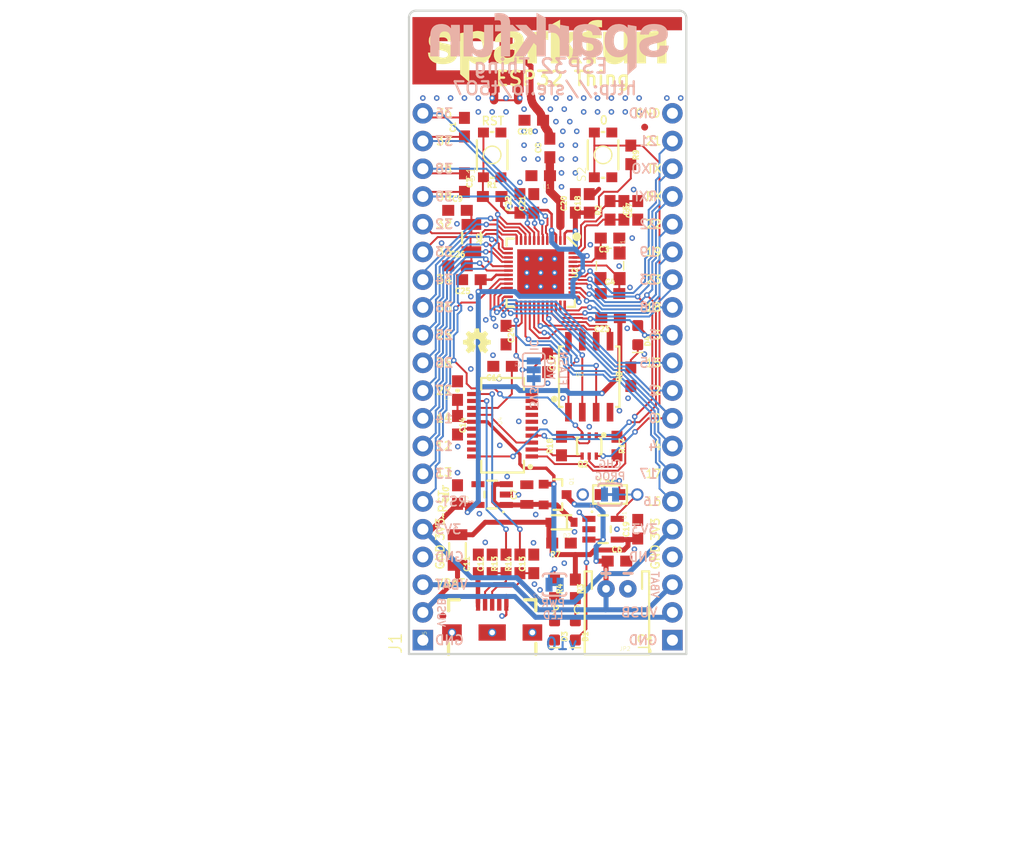
<source format=kicad_pcb>
(kicad_pcb (version 20221018) (generator pcbnew)
  (layers (0 "F.Cu" signal) (31 "B.Cu" signal) (34 "B.Paste" user) (35 "F.Paste" user) (36 "B.SilkS" user "B.Silkscreen") (37 "F.SilkS" user "F.Silkscreen") (38 "B.Mask" user) (39 "F.Mask" user) (44 "Edge.Cuts" user))
  (net 0 "")
  (net 1 "3.3V")
  (net 2 "CHIP_PU")
  (net 3 "GND")
  (net 4 "LNA_IN")
  (net 5 "32K_XP")
  (net 6 "32K_XN")
  (net 7 "34")
  (net 8 "35")
  (net 9 "39")
  (net 10 "38")
  (net 11 "36")
  (net 12 "37")
  (net 13 "CAP_10N")
  (net 14 "15")
  (net 15 "14")
  (net 16 "13")
  (net 17 "12")
  (net 18 "FLASH_SWP")
  (net 19 "FLASH_SHD")
  (net 20 "FLASH_SDI")
  (net 21 "FLASH_SDO")
  (net 22 "FLASH_SCK")
  (net 23 "FLASH_SCS")
  (net 24 "N$11")
  (net 25 "FLASH_VDD")
  (net 26 "27")
  (net 27 "26")
  (net 28 "22")
  (net 29 "21")
  (net 30 "19")
  (net 31 "18")
  (net 32 "16")
  (net 33 "5")
  (net 34 "4")
  (net 35 "2")
  (net 36 "U0RXD")
  (net 37 "U0TXD")
  (net 38 "25")
  (net 39 "TRACE_ANT")
  (net 40 "DTR")
  (net 41 "V_USB")
  (net 42 "D-")
  (net 43 "D+")
  (net 44 "VUSB-RAW")
  (net 45 "N$7")
  (net 46 "N$8")
  (net 47 "3.3V_F")
  (net 48 "VIN")
  (net 49 "RTS")
  (net 50 "SHIELD")
  (net 51 "N$9")
  (net 52 "N$14")
  (net 53 "V_BATT")
  (net 54 "N$16")
  (net 55 "N$10")
  (net 56 "N$12")
  (net 57 "N$13")
  (net 58 "N$15")
  (net 59 "0")
  (net 60 "17")
  (net 61 "N$2")
  (net 62 "N$3")
  (net 63 "N$17")
  (net 64 "23")
  (net 65 "N$1")
  (net 66 "N$4")
  (footprint "esp32-thing:0603" (layer "F.Cu") (at 140.2461 113.5126 -90)
    (fp_text reference "C14")
    (fp_text value "0.1uF")
  )
  (footprint "esp32-thing:0603" (layer "F.Cu") (at 154.2161 96.3676 180)
    (fp_text reference "C3")
    (fp_text value "10pF")
  )
  (footprint "esp32-thing:SC70-6" (layer "F.Cu") (at 152.3111 115.4176 180)
    (fp_text reference "Q2")
    (fp_text value "MBT3904DW1T1")
  )
  (footprint "esp32-thing:SOIC-8" (layer "F.Cu") (at 152.3111 109.0676)
    (fp_text reference "U5")
    (fp_text value "W25Q32FVSS")
  )
  (footprint "esp32-thing:0603" (layer "F.Cu") (at 148.5011 107.7976 -90)
    (fp_text reference "C17")
    (fp_text value "0.1uF")
  )
  (footprint "esp32-thing:0603" (layer "F.Cu") (at 143.4211 126.2126 90)
    (fp_text reference "C12")
    (fp_text value "47pF")
  )
  (footprint "esp32-thing:0603" (layer "F.Cu") (at 155.4861 93.8276 -90)
    (fp_text reference "C27")
    (fp_text value "3.0nF")
  )
  (footprint "esp32-thing:SOD-323" (layer "F.Cu") (at 149.7711 122.4026 180)
    (fp_text reference "D2")
    (fp_text value "BAT20J")
  )
  (footprint "esp32-thing:0603" (layer "F.Cu") (at 147.2311 85.5726 180)
    (fp_text reference "C28")
    (fp_text value "2.4pF")
  )
  (footprint "esp32-thing:0603" (layer "F.Cu") (at 141.5161 100.1776 180)
    (fp_text reference "C25")
    (fp_text value "0.1uF")
  )
  (footprint "esp32-thing:SOT23-5" (layer "F.Cu") (at 143.4211 119.8626 90)
    (fp_text reference "U3")
    (fp_text value "AP2112K-3.3V")
  )
  (footprint "esp32-thing:0603" (layer "F.Cu") (at 148.7043 88.1126 90)
    (fp_text reference "C8")
    (fp_text value "5.6pF")
  )
  (footprint "esp32-thing:0603" (layer "F.Cu") (at 154.2161 119.8626)
    (fp_text reference "R6")
    (fp_text value "2.0k")
  )
  (footprint "esp32-thing:0603" (layer "F.Cu") (at 143.4211 92.5576)
    (fp_text reference "R1")
    (fp_text value "10k")
  )
  (footprint "esp32-thing:0603" (layer "F.Cu") (at 140.2461 98.9076)
    (fp_text reference "C26")
    (fp_text value "15pF")
  )
  (footprint "esp32-thing:0603" (layer "F.Cu") (at 154.2161 101.4476)
    (fp_text reference "C4")
    (fp_text value "10pF")
  )
  (footprint "esp32-thing:0603" (layer "F.Cu") (at 154.8511 115.4176 -90)
    (fp_text reference "R17")
    (fp_text value "10k")
  )
  (footprint "esp32-thing:0603" (layer "F.Cu") (at 140.2461 93.8276)
    (fp_text reference "C9")
    (fp_text value "15pF")
  )
  (footprint "esp32-thing:0603" (layer "F.Cu") (at 144.6911 105.2576 -90)
    (fp_text reference "C24")
    (fp_text value "1.0uF")
  )
  (footprint "esp32-thing:0603-CAP" (layer "F.Cu") (at 140.2461 110.3376 90)
    (fp_text reference "C15")
    (fp_text value "4.7uF")
  )
  (footprint "esp32-thing:0805" (layer "F.Cu") (at 146.5961 119.8626 90)
    (fp_text reference "C7")
    (fp_text value "1.0uF")
  )
  (footprint "esp32-thing:CRYSTAL-SMD-3.2X1.5MM" (layer "F.Cu") (at 141.5161 96.3676 -90)
    (fp_text reference "Y2")
    (fp_text value "32.768kHz")
  )
  (footprint "esp32-thing:JST-2-PTH" (layer "F.Cu") (at 154.8511 128.4986 180)
    (fp_text reference "JP2")
    (fp_text value "LiPo")
  )
  (footprint "esp32-thing:SFE_LOGO_NAME_.2" (layer "F.Cu") (at 137.5791 82.0166)
    (fp_text reference "LOGO1" hide)
    (fp_text value "SFE_LOGO_NAME.2_INCH" hide)
  )
  (footprint "esp32-thing:0603" (layer "F.Cu") (at 154.8511 125.9586)
    (fp_text reference "C6")
    (fp_text value "4.7uF")
  )
  (footprint "esp32-thing:0603" (layer "F.Cu") (at 152.3111 93.1926 90)
    (fp_text reference "C18")
    (fp_text value "100pF")
  )
  (footprint "esp32-thing:MICRO-FIDUCIAL" (layer "F.Cu") (at 157.3911 86.2076)
    (fp_text reference "FD2" hide)
    (fp_text value "FIDUCIALUFIDUCIAL" hide)
  )
  (footprint "esp32-thing:0603" (layer "F.Cu") (at 142.1511 126.2126 90)
    (fp_text reference "C11")
    (fp_text value "0.1uF")
  )
  (footprint "esp32-thing:0603" (layer "F.Cu") (at 140.2461 119.8626 90)
    (fp_text reference "C10")
    (fp_text value "2.2uF")
  )
  (footprint "esp32-thing:SOT23-5" (layer "F.Cu") (at 153.5811 123.0376 -90)
    (fp_text reference "U1")
    (fp_text value "MCP73831")
  )
  (footprint "esp32-thing:MICRO-FIDUCIAL" (layer "F.Cu") (at 138.8999 130.9878)
    (fp_text reference "FD1" hide)
    (fp_text value "FIDUCIALUFIDUCIAL" hide)
  )
  (footprint "esp32-thing:0603" (layer "F.Cu") (at 145.9611 126.2126 90)
    (fp_text reference "R14")
    (fp_text value "27")
  )
  (footprint "esp32-thing:0603" (layer "F.Cu") (at 156.1211 109.0676 90)
    (fp_text reference "R8")
    (fp_text value "330")
  )
  (footprint "esp32-thing:QFN48-0.4MM" (layer "F.Cu") (at 147.8661 99.5426 -90)
    (fp_text reference "U2")
    (fp_text value "ESP3212")
  )
  (footprint "esp32-thing:0603" (layer "F.Cu") (at 144.3736 108.1151 180)
    (fp_text reference "C16")
    (fp_text value "0.1uF")
  )
  (footprint "esp32-thing:PTC-1206" (layer "F.Cu") (at 140.2461 124.9426 90)
    (fp_text reference "F1")
    (fp_text value "500mA")
  )
  (footprint "esp32-thing:0603" (layer "F.Cu") (at 154.2161 93.8276 90)
    (fp_text reference "R2")
    (fp_text value "20k")
  )
  (footprint "esp32-thing:CRYSTAL-SMD-3.2X2.5" (layer "F.Cu") (at 154.2161 98.9076 -90)
    (fp_text reference "Y1")
    (fp_text value "26MHz")
  )
  (footprint "esp32-thing:0603" (layer "F.Cu") (at 156.7561 93.8276 90)
    (fp_text reference "C5")
    (fp_text value "10nF")
  )
  (footprint "esp32-thing:0603" (layer "F.Cu") (at 151.0411 93.1926 90)
    (fp_text reference "C20")
    (fp_text value "0.1uF")
  )
  (footprint "esp32-thing:0603" (layer "F.Cu") (at 151.0411 128.4986 -90)
    (fp_text reference "R3")
    (fp_text value "1K")
  )
  (footprint "esp32-thing:0603" (layer "F.Cu") (at 140.8811 86.2076 90)
    (fp_text reference "C1")
    (fp_text value "270pF")
  )
  (footprint "esp32-thing:LED-0603" (layer "F.Cu") (at 151.0411 132.3086 180)
    (fp_text reference "D1")
    (fp_text value "Yellow")
  )
  (footprint "esp32-thing:USB-B-MICRO-SMD_V03" (layer "F.Cu") (at 143.4211 132.4991 90)
    (fp_text reference "JP15")
    (fp_text value "")
  )
  (footprint "esp32-thing:0603" (layer "F.Cu") (at 154.2669 103.6574 180)
    (fp_text reference "C23")
    (fp_text value "0.1uF")
  )
  (footprint "esp32-thing:SOT23-3" (layer "F.Cu") (at 149.1361 119.8626 -90)
    (fp_text reference "Q1")
    (fp_text value "2.5A/30V")
  )
  (footprint "esp32-thing:0603" (layer "F.Cu") (at 149.7711 124.3076 180)
    (fp_text reference "R7")
    (fp_text value "10k")
  )
  (footprint "esp32-thing:1_6W-RES" (layer "F.Cu") (at 154.2161 119.8626)
    (fp_text reference "R5")
    (fp_text value "DNP" hide)
  )
  (footprint "esp32-thing:TRACE_ANTENNA_2.4GHZ_25.7MM_TUNED" (layer "F.Cu") (at 146.9771 83.0326)
    (fp_text reference "E1" hide)
    (fp_text value "ANTENNA" hide)
  )
  (footprint "esp32-thing:0603" (layer "F.Cu") (at 140.8811 91.2876 -90)
    (fp_text reference "C2")
    (fp_text value "270pF")
  )
  (footprint "esp32-thing:0603" (layer "F.Cu") (at 156.7561 123.0376 90)
    (fp_text reference "C19")
    (fp_text value "4.7uF")
  )
  (footprint "esp32-thing:0603" (layer "F.Cu") (at 149.7711 115.4176 90)
    (fp_text reference "R18")
    (fp_text value "10k")
  )
  (footprint "esp32-thing:0603" (layer "F.Cu") (at 147.2311 93.1926 90)
    (fp_text reference "C21")
    (fp_text value "0.1uF")
  )
  (footprint "esp32-thing:CREATIVE_COMMONS" (layer "F.Cu") (at 118.6561 153.5176)
    (fp_text reference "FRAME1" hide)
    (fp_text value "FRAME-LEDGER" hide)
  )
  (footprint "esp32-thing:1X20_NOSILK" (layer "F.Cu") (at 159.9311 133.1976 90)
    (fp_text reference "J2")
    (fp_text value "")
  )
  (footprint "esp32-thing:LED-0603" (layer "F.Cu") (at 149.1361 132.3086 180)
    (fp_text reference "D3")
    (fp_text value "RED")
  )
  (footprint "esp32-thing:OSHW-LOGO-MINI" (layer "F.Cu") (at 142.0241 105.8926)
    (fp_text reference "LOGO2" hide)
    (fp_text value "OSHW-LOGOMINI" hide)
  )
  (footprint "esp32-thing:0603" (layer "F.Cu") (at 149.1361 128.4986 -90)
    (fp_text reference "R4")
    (fp_text value "1K")
  )
  (footprint "esp32-thing:0603" (layer "F.Cu") (at 144.6911 126.2126 90)
    (fp_text reference "R13")
    (fp_text value "27")
  )
  (footprint "esp32-thing:SSOP20_L" (layer "F.Cu") (at 144.3736 113.5126 90)
    (fp_text reference "U4")
    (fp_text value "FT231XS")
  )
  (footprint "esp32-thing:1X20_NOSILK" (layer "F.Cu") (at 137.0711 133.1976 90)
    (fp_text reference "J1")
    (fp_text value "")
  )
  (footprint "esp32-thing:0603" (layer "F.Cu") (at 147.8661 90.6526 180)
    (fp_text reference "L1")
    (fp_text value "2.7nH")
  )
  (footprint "esp32-thing:LED-0603" (layer "F.Cu") (at 156.7561 105.2576 180)
    (fp_text reference "D4")
    (fp_text value "BLUE")
  )
  (footprint "esp32-thing:TACTILE_SWITCH_SMD_4.6X2.8MM" (layer "F.Cu") (at 143.4211 88.7476 90)
    (fp_text reference "S1")
    (fp_text value "RESET")
  )
  (footprint "esp32-thing:TACTILE_SWITCH_SMD_4.6X2.8MM" (layer "F.Cu") (at 153.5811 88.7476 90)
    (fp_text reference "S2")
    (fp_text value "BTN-0")
  )
  (footprint "esp32-thing:0603" (layer "F.Cu") (at 156.1211 88.7476 -90)
    (fp_text reference "R9")
    (fp_text value "10k")
  )
  (footprint "esp32-thing:0603" (layer "F.Cu") (at 145.9611 93.1926 90)
    (fp_text reference "C22")
    (fp_text value "10uF")
  )
  (footprint "esp32-thing:0603" (layer "F.Cu") (at 147.2311 126.2126 90)
    (fp_text reference "C13")
    (fp_text value "47pF")
  )
  (footprint "esp32-thing:PAD-JUMPER-3-2OF3_NC_BY_TRACE_YES_SILK_FULL_BOX" (layer "B.Cu") (at 147.2311 108.4326 -90)
    (fp_text reference "SJ3")
    (fp_text value "")
  )
  (footprint "esp32-thing:SFE_LOGO_NAME_.2" (layer "B.Cu") (at 159.5501 81.3816 180)
    (fp_text reference "LOGO3" hide)
    (fp_text value "SFE_LOGO_NAME.2_INCH" hide)
  )
  (footprint "esp32-thing:PAD-JUMPER-2-NC_BY_TRACE_YES_SILK" (layer "B.Cu") (at 154.2161 119.8626)
    (fp_text reference "SJ1")
    (fp_text value "JUMPER-PAD-2-NC_BY_TRACE")
  )
  (footprint "esp32-thing:PAD-JUMPER-2-NC_BY_TRACE_YES_SILK" (layer "B.Cu") (at 149.1361 128.1176)
    (fp_text reference "SJ2")
    (fp_text value "JUMPER-PAD-2-NC_BY_TRACE")
  )
  (gr_line (start 155.4861 127.0762) (end 156.2481 127.0762) (stroke (width 0.254)) (layer "B.SilkS"))
  (gr_line (start 154.2161 127.0762) (end 153.4541 127.0762) (stroke (width 0.254)) (layer "B.SilkS"))
  (gr_line (start 153.8351 127.4572) (end 153.8351 126.6952) (stroke (width 0.254)) (layer "B.SilkS"))
  (gr_line (start 156.2481 127.0762) (end 155.4861 127.0762) (stroke (width 0.254)) (layer "F.SilkS"))
  (gr_line (start 154.2161 127.0889) (end 153.4541 127.0889) (stroke (width 0.254)) (layer "F.SilkS"))
  (gr_line (start 153.8351 127.4699) (end 153.8351 126.7079) (stroke (width 0.254)) (layer "F.SilkS"))
  (gr_line (start 136.4361 75.5396) (end 160.5661 75.5396) (stroke (width 0.2032)) (layer "Edge.Cuts"))
  (gr_line (start 161.2011 76.1746) (end 161.2011 134.4676) (stroke (width 0.2032)) (layer "Edge.Cuts"))
  (gr_line (start 135.8011 134.4676) (end 135.8011 76.1746) (stroke (width 0.2032)) (layer "Edge.Cuts"))
  (gr_arc (start 160.5661 75.5396) (mid 161.015113 75.725587) (end 161.2011 76.1746) (stroke (width 0.2032)) (layer "Edge.Cuts"))
  (gr_line (start 161.2011 134.4676) (end 135.8011 134.4676) (stroke (width 0.2032)) (layer "Edge.Cuts"))
  (gr_arc (start 135.8011 76.1746) (mid 135.987087 75.725587) (end 136.4361 75.5396) (stroke (width 0.2032)) (layer "Edge.Cuts"))
  (gr_text "v10" (at 149.7711 134.1628) (layer "B.Cu") (effects (font (size 1.0795 1.0795) (thickness 0.1905)) (justify bottom mirror)))
  (gr_text "34" (at 138.0871 100.1776) (layer "B.SilkS") (effects (font (size 0.8636 0.8636) (thickness 0.1524)) (justify right mirror)))
  (gr_text "14" (at 138.0871 112.8776) (layer "B.SilkS") (effects (font (size 0.8636 0.8636) (thickness 0.1524)) (justify right mirror)))
  (gr_text "CHG\nPROG" (at 154.2161 118.5926) (layer "B.SilkS") (effects (font (size 0.69088 0.69088) (thickness 0.12192)) (justify bottom mirror)))
  (gr_text "15" (at 158.6611 107.7976) (layer "B.SilkS") (effects (font (size 0.8636 0.8636) (thickness 0.1524)) (justify left mirror)))
  (gr_text "25" (at 138.0871 105.2576) (layer "B.SilkS") (effects (font (size 0.8636 0.8636) (thickness 0.1524)) (justify right mirror)))
  (gr_text "32" (at 138.0871 95.0976) (layer "B.SilkS") (effects (font (size 0.8636 0.8636) (thickness 0.1524)) (justify right mirror)))
  (gr_text "3V3" (at 158.6611 123.0376) (layer "B.SilkS") (effects (font (size 0.8636 0.8636) (thickness 0.1524)) (justify left mirror)))
  (gr_text "26" (at 138.0871 107.7976) (layer "B.SilkS") (effects (font (size 0.8636 0.8636) (thickness 0.1524)) (justify right mirror)))
  (gr_text "37" (at 138.0871 87.4776) (layer "B.SilkS") (effects (font (size 0.8636 0.8636) (thickness 0.1524)) (justify right mirror)))
  (gr_text "FLASH\nVCC" (at 148.3741 108.3056 -90) (layer "B.SilkS") (effects (font (size 0.69088 0.69088) (thickness 0.12192)) (justify bottom mirror)))
  (gr_text "PWR\nLED" (at 149.0091 129.3876) (layer "B.SilkS") (effects (font (size 0.69088 0.69088) (thickness 0.12192)) (justify top mirror)))
  (gr_text "16" (at 158.8008 120.4976) (layer "B.SilkS") (effects (font (size 0.75565 0.75565) (thickness 0.13335)) (justify left mirror)))
  (gr_text "GND" (at 158.6611 125.5776) (layer "B.SilkS") (effects (font (size 0.8636 0.8636) (thickness 0.1524)) (justify left mirror)))
  (gr_text "39" (at 138.0871 92.5576) (layer "B.SilkS") (effects (font (size 0.8636 0.8636) (thickness 0.1524)) (justify right mirror)))
  (gr_text "VBAT" (at 138.0871 128.1176) (layer "B.SilkS") (effects (font (size 0.8636 0.8636) (thickness 0.1524)) (justify right mirror)))
  (gr_text "19" (at 158.6611 97.6376) (layer "B.SilkS") (effects (font (size 0.8636 0.8636) (thickness 0.1524)) (justify left mirror)))
  (gr_text "3V3" (at 147.2311 109.9566 -90) (layer "B.SilkS") (effects (font (size 0.69088 0.69088) (thickness 0.12192)) (justify right mirror)))
  (gr_text "22" (at 158.6611 95.0976) (layer "B.SilkS") (effects (font (size 0.8636 0.8636) (thickness 0.1524)) (justify left mirror)))
  (gr_text "GND" (at 138.0871 125.5776) (layer "B.SilkS") (effects (font (size 0.8636 0.8636) (thickness 0.1524)) (justify right mirror)))
  (gr_text "21" (at 158.6611 87.4776) (layer "B.SilkS") (effects (font (size 0.8636 0.8636) (thickness 0.1524)) (justify left mirror)))
  (gr_text "35" (at 138.0871 102.7176) (layer "B.SilkS") (effects (font (size 0.8636 0.8636) (thickness 0.1524)) (justify right mirror)))
  (gr_text "ESP32 Thing" (at 147.8661 79.8576) (layer "B.SilkS") (effects (font (size 1.2954 1.2954) (thickness 0.2286)) (justify top mirror)))
  (gr_text "GND" (at 158.6611 133.1976) (layer "B.SilkS") (effects (font (size 0.8636 0.8636) (thickness 0.1524)) (justify left mirror)))
  (gr_text "3V3" (at 138.0871 123.0376) (layer "B.SilkS") (effects (font (size 0.8636 0.8636) (thickness 0.1524)) (justify right mirror)))
  (gr_text "0" (at 158.6611 112.8776) (layer "B.SilkS") (effects (font (size 0.8636 0.8636) (thickness 0.1524)) (justify left mirror)))
  (gr_text "5" (at 158.6611 105.2576) (layer "B.SilkS") (effects (font (size 0.8636 0.8636) (thickness 0.1524)) (justify left mirror)))
  (gr_text "2" (at 158.6611 110.3376) (layer "B.SilkS") (effects (font (size 0.8636 0.8636) (thickness 0.1524)) (justify left mirror)))
  (gr_text "GND" (at 138.0871 133.1976) (layer "B.SilkS") (effects (font (size 0.8636 0.8636) (thickness 0.1524)) (justify right mirror)))
  (gr_text "33" (at 138.0871 97.6376) (layer "B.SilkS") (effects (font (size 0.8636 0.8636) (thickness 0.1524)) (justify right mirror)))
  (gr_text "23" (at 158.6611 100.1776) (layer "B.SilkS") (effects (font (size 0.8636 0.8636) (thickness 0.1524)) (justify left mirror)))
  (gr_text "VUSB" (at 138.3411 130.6576 -90) (layer "B.SilkS") (effects (font (size 0.69088 0.69088) (thickness 0.12192)) (justify bottom mirror)))
  (gr_text "4" (at 158.6611 115.4176) (layer "B.SilkS") (effects (font (size 0.8636 0.8636) (thickness 0.1524)) (justify left mirror)))
  (gr_text "18" (at 158.6611 102.7176) (layer "B.SilkS") (effects (font (size 0.8636 0.8636) (thickness 0.1524)) (justify left mirror)))
  (gr_text "13" (at 138.0871 117.9576) (layer "B.SilkS") (effects (font (size 0.8636 0.8636) (thickness 0.1524)) (justify right mirror)))
  (gr_text "VUSB" (at 158.6611 130.6576) (layer "B.SilkS") (effects (font (size 0.8636 0.8636) (thickness 0.1524)) (justify left mirror)))
  (gr_text "IC" (at 147.2311 106.7816 -90) (layer "B.SilkS") (effects (font (size 0.69088 0.69088) (thickness 0.12192)) (justify left mirror)))
  (gr_text "36" (at 138.0871 84.9376) (layer "B.SilkS") (effects (font (size 0.8636 0.8636) (thickness 0.1524)) (justify right mirror)))
  (gr_text "27" (at 138.0871 110.3376) (layer "B.SilkS") (effects (font (size 0.8636 0.8636) (thickness 0.1524)) (justify right mirror)))
  (gr_text "38" (at 138.0871 90.0176) (layer "B.SilkS") (effects (font (size 0.8636 0.8636) (thickness 0.1524)) (justify right mirror)))
  (gr_text "VBAT" (at 158.7246 128.1176 -90) (layer "B.SilkS") (effects (font (size 0.69088 0.69088) (thickness 0.12192)) (justify top mirror)))
  (gr_text "17" (at 158.6611 117.9576) (layer "B.SilkS") (effects (font (size 0.8636 0.8636) (thickness 0.1524)) (justify left mirror)))
  (gr_text "GND" (at 158.6611 84.9376) (layer "B.SilkS") (effects (font (size 0.8636 0.8636) (thickness 0.1524)) (justify left mirror)))
  (gr_text "RXI" (at 158.6611 92.5576) (layer "B.SilkS") (effects (font (size 0.8636 0.8636) (thickness 0.1524)) (justify left mirror)))
  (gr_text "12" (at 138.0871 115.4176) (layer "B.SilkS") (effects (font (size 0.8636 0.8636) (thickness 0.1524)) (justify right mirror)))
  (gr_text "TXO" (at 158.6611 90.0176) (layer "B.SilkS") (effects (font (size 0.8636 0.8636) (thickness 0.1524)) (justify left mirror)))
  (gr_text "~RST~" (at 138.0871 120.4976) (layer "B.SilkS") (effects (font (size 0.8636 0.8636) (thickness 0.1524)) (justify right mirror)))
  (gr_text "http://sfe.io/t5O7" (at 148.2471 82.6516) (layer "B.SilkS") (effects (font (size 1.18745 1.18745) (thickness 0.20955)) (justify mirror)))
  (gr_text "RST" (at 143.4846 86.0806) (layer "F.SilkS") (effects (font (size 0.75565 0.75565) (thickness 0.13335)) (justify bottom)))
  (gr_text "18" (at 159.004 102.7176) (layer "F.SilkS") (effects (font (size 0.75565 0.75565) (thickness 0.13335)) (justify right)))
  (gr_text "3V3" (at 158.8135 123.0376 90) (layer "F.SilkS") (effects (font (size 0.75565 0.75565) (thickness 0.13335)) (justify bottom)))
  (gr_text "0" (at 153.6446 86.0171) (layer "F.SilkS") (effects (font (size 0.75565 0.75565) (thickness 0.13335)) (justify bottom)))
  (gr_text "39" (at 138.2141 92.5576) (layer "F.SilkS") (effects (font (size 0.75565 0.75565) (thickness 0.13335)) (justify left)))
  (gr_text "32" (at 138.2141 95.0976) (layer "F.SilkS") (effects (font (size 0.75565 0.75565) (thickness 0.13335)) (justify left)))
  (gr_text "37" (at 138.2141 87.4776) (layer "F.SilkS") (effects (font (size 0.75565 0.75565) (thickness 0.13335)) (justify left)))
  (gr_text "P" (at 149.2631 130.8227) (layer "F.SilkS") (effects (font (size 0.69088 0.69088) (thickness 0.12192)) (justify bottom)))
  (gr_text "27" (at 138.1887 110.3376) (layer "F.SilkS") (effects (font (size 0.75565 0.75565) (thickness 0.13335)) (justify left)))
  (gr_text "GND" (at 138.2141 125.5776 90) (layer "F.SilkS") (effects (font (size 0.75565 0.75565) (thickness 0.13335)) (justify top)))
  (gr_text "5" (at 159.004 105.2576) (layer "F.SilkS") (effects (font (size 0.75565 0.75565) (thickness 0.13335)) (justify right)))
  (gr_text "23" (at 159.004 100.1776) (layer "F.SilkS") (effects (font (size 0.75565 0.75565) (thickness 0.13335)) (justify right)))
  (gr_text "VBAT" (at 138.2141 127.9906) (layer "F.SilkS") (effects (font (size 0.75565 0.75565) (thickness 0.13335)) (justify left)))
  (gr_text "16" (at 159.004 120.4976) (layer "F.SilkS") (effects (font (size 0.75565 0.75565) (thickness 0.13335)) (justify right)))
  (gr_text "2" (at 159.004 110.3376) (layer "F.SilkS") (effects (font (size 0.75565 0.75565) (thickness 0.13335)) (justify right)))
  (gr_text "12" (at 138.1887 115.4176) (layer "F.SilkS") (effects (font (size 0.75565 0.75565) (thickness 0.13335)) (justify left)))
  (gr_text "C" (at 151.1681 130.8227) (layer "F.SilkS") (effects (font (size 0.69088 0.69088) (thickness 0.12192)) (justify bottom)))
  (gr_text "13" (at 138.2141 117.8306) (layer "F.SilkS") (effects (font (size 0.75565 0.75565) (thickness 0.13335)) (justify left)))
  (gr_text "34" (at 138.2141 100.1776) (layer "F.SilkS") (effects (font (size 0.75565 0.75565) (thickness 0.13335)) (justify left)))
  (gr_text "GND" (at 158.8135 125.5776 90) (layer "F.SilkS") (effects (font (size 0.75565 0.75565) (thickness 0.13335)) (justify bottom)))
  (gr_text "15" (at 159.004 107.7976) (layer "F.SilkS") (effects (font (size 0.75565 0.75565) (thickness 0.13335)) (justify right)))
  (gr_text "RX" (at 159.0548 92.5576) (layer "F.SilkS") (effects (font (size 0.75565 0.75565) (thickness 0.13335)) (justify right)))
  (gr_text "ESP32 Thing" (at 149.8981 81.0006) (layer "F.SilkS") (effects (font (size 1.2954 1.2954) (thickness 0.2286)) (justify top)))
  (gr_text "~RST~" (at 138.4681 120.4976 90) (layer "F.SilkS") (effects (font (size 0.75565 0.75565) (thickness 0.13335)) (justify top)))
  (gr_text "19" (at 159.004 97.6376) (layer "F.SilkS") (effects (font (size 0.75565 0.75565) (thickness 0.13335)) (justify right)))
  (gr_text "25" (at 138.2141 105.2576) (layer "F.SilkS") (effects (font (size 0.75565 0.75565) (thickness 0.13335)) (justify left)))
  (gr_text "0" (at 159.004 112.8776) (layer "F.SilkS") (effects (font (size 0.75565 0.75565) (thickness 0.13335)) (justify right)))
  (gr_text "22" (at 159.0294 95.0976) (layer "F.SilkS") (effects (font (size 0.75565 0.75565) (thickness 0.13335)) (justify right)))
  (gr_text "GND" (at 158.9278 84.9376) (layer "F.SilkS") (effects (font (size 0.75565 0.75565) (thickness 0.13335)) (justify right)))
  (gr_text "17" (at 159.004 117.9576) (layer "F.SilkS") (effects (font (size 0.75565 0.75565) (thickness 0.13335)) (justify right)))
  (gr_text "36" (at 138.2141 84.9376) (layer "F.SilkS") (effects (font (size 0.75565 0.75565) (thickness 0.13335)) (justify left)))
  (gr_text "38" (at 138.2141 90.0176) (layer "F.SilkS") (effects (font (size 0.75565 0.75565) (thickness 0.13335)) (justify left)))
  (gr_text "14" (at 138.1887 112.8776) (layer "F.SilkS") (effects (font (size 0.75565 0.75565) (thickness 0.13335)) (justify left)))
  (gr_text "4" (at 159.004 115.4176) (layer "F.SilkS") (effects (font (size 0.75565 0.75565) (thickness 0.13335)) (justify right)))
  (gr_text "26" (at 138.2141 107.7976) (layer "F.SilkS") (effects (font (size 0.75565 0.75565) (thickness 0.13335)) (justify left)))
  (gr_text "33" (at 138.2141 97.6376) (layer "F.SilkS") (effects (font (size 0.75565 0.75565) (thickness 0.13335)) (justify left)))
  (gr_text "35" (at 138.2141 102.7176) (layer "F.SilkS") (effects (font (size 0.75565 0.75565) (thickness 0.13335)) (justify left)))
  (gr_text "21" (at 159.004 87.4776) (layer "F.SilkS") (effects (font (size 0.75565 0.75565) (thickness 0.13335)) (justify right)))
  (gr_text "3V3" (at 138.2141 123.0376 90) (layer "F.SilkS") (effects (font (size 0.75565 0.75565) (thickness 0.13335)) (justify top)))
  (gr_text "TX" (at 159.004 90.0176) (layer "F.SilkS") (effects (font (size 0.75565 0.75565) (thickness 0.13335)) (justify right)))
  (segment (start 153.6573 92.1258) (end 154.9019 92.1258) (width 0.1778) (layer "F.Cu") (net 1))
  (segment (start 153.2001 92.583) (end 153.6573 92.1258) (width 0.1778) (layer "F.Cu") (net 1))
  (segment (start 144.9161 99.7426) (end 143.7926 99.7426) (width 0.2286) (layer "F.Cu") (net 1))
  (segment (start 137.9211 123.0376) (end 140.2461 120.7126) (width 0.4572) (layer "F.Cu") (net 1))
  (segment (start 154.9019 92.1258) (end 156.1211 90.9066) (width 0.1778) (layer "F.Cu") (net 1))
  (segment (start 144.2711 93.433) (end 144.2711 92.5576) (width 0.254) (layer "F.Cu") (net 1))
  (segment (start 153.2001 93.5228) (end 153.2001 92.583) (width 0.1778) (layer "F.Cu") (net 1))
  (segment (start 150.8161 98.1426) (end 151.9585 98.1426) (width 0.2286) (layer "F.Cu") (net 1))
  (segment (start 145.9611 94.0426) (end 147.2311 94.0426) (width 0.254) (layer "F.Cu") (net 1))
  (segment (start 152.3111 94.0426) (end 152.6803 94.0426) (width 0.1778) (layer "F.Cu") (net 1))
  (segment (start 150.0661 96.5926) (end 150.0661 95.9456) (width 0.2286) (layer "F.Cu") (net 1))
  (segment (start 142.121 120.8126) (end 141.1605 120.8126) (width 0.4572) (layer "F.Cu") (net 1))
  (segment (start 142.1511 101.2698) (end 142.3661 101.0548) (width 0.254) (layer "F.Cu") (net 1))
  (segment (start 150.2791 95.7326) (end 151.0157 95.7326) (width 0.2286) (layer "F.Cu") (net 1))
  (segment (start 149.2661 96.0597) (end 148.8661 95.6597) (width 0.2286) (layer "F.Cu") (net 1))
  (segment (start 151.3713 102.235) (end 151.3713 101.8159) (width 0.2286) (layer "F.Cu") (net 1))
  (segment (start 150.8161 101.7426) (end 150.9043 101.7426) (width 0.2286) (layer "F.Cu") (net 1))
  (segment (start 141.1605 120.8126) (end 140.3461 120.8126) (width 0.4572) (layer "F.Cu") (net 1))
  (segment (start 150.0661 95.9456) (end 150.2791 95.7326) (width 0.2286) (layer "F.Cu") (net 1))
  (segment (start 147.4588 93.8149) (end 148.5138 93.8149) (width 0.254) (layer "F.Cu") (net 1))
  (segment (start 141.1605 121.4882) (end 141.1605 120.8126) (width 0.4572) (layer "F.Cu") (net 1))
  (segment (start 144.8807 94.0426) (end 144.2711 93.433) (width 0.254) (layer "F.Cu") (net 1))
  (segment (start 155.1051 103.6574) (end 155.1169 103.6574) (width 0.4572) (layer "F.Cu") (net 1))
  (segment (start 143.3576 100.1776) (end 143.7926 99.7426) (width 0.2286) (layer "F.Cu") (net 1))
  (segment (start 151.298 101.7426) (end 150.8161 101.7426) (width 0.2286) (layer "F.Cu") (net 1))
  (segment (start 151.0411 94.0426) (end 152.3111 94.0426) (width 0.4064) (layer "F.Cu") (net 1))
  (segment (start 148.8661 94.1672) (end 148.5138 93.8149) (width 0.2286) (layer "F.Cu") (net 1))
  (segment (start 142.3661 100.1776) (end 143.3576 100.1776) (width 0.2286) (layer "F.Cu") (net 1))
  (segment (start 153.4795 110.5916) (end 155.1169 108.9542) (width 0.4572) (layer "F.Cu") (net 1))
  (segment (start 151.0157 95.7326) (end 151.0411 95.7072) (width 0.1778) (layer "F.Cu") (net 1))
  (segment (start 156.1211 90.9066) (end 156.1211 89.5976) (width 0.1778) (layer "F.Cu") (net 1))
  (segment (start 155.1169 108.9542) (end 155.1169 103.6574) (width 0.4572) (layer "F.Cu") (net 1))
  (segment (start 148.8661 96.5926) (end 148.8661 95.6597) (width 0.2286) (layer "F.Cu") (net 1))
  (segment (start 149.2661 96.5926) (end 149.2661 96.0597) (width 0.2286) (layer "F.Cu") (net 1))
  (segment (start 151.9585 98.1426) (end 152.1079 97.9932) (width 0.2286) (layer "F.Cu") (net 1))
  (segment (start 151.3713 101.8159) (end 151.298 101.7426) (width 0.2286) (layer "F.Cu") (net 1))
  (segment (start 142.1511 100.3926) (end 142.3661 100.1776) (width 0.1778) (layer "F.Cu") (net 1))
  (segment (start 151.6793 99.3426) (end 151.7142 99.3775) (width 0.1778) (layer "F.Cu") (net 1))
  (segment (start 150.8161 99.3426) (end 151.6793 99.3426) (width 0.1778) (layer "F.Cu") (net 1))
  (segment (start 151.0411 94.0426) (end 151.0411 95.7072) (width 0.4572) (layer "F.Cu") (net 1))
  (segment (start 148.8661 95.6597) (end 148.8661 94.1672) (width 0.2286) (layer "F.Cu") (net 1))
  (segment (start 142.3661 101.0548) (end 142.3661 100.1776) (width 0.254) (layer "F.Cu") (net 1))
  (segment (start 147.2311 94.0426) (end 147.4588 93.8149) (width 0.254) (layer "F.Cu") (net 1))
  (segment (start 145.9611 94.0426) (end 144.8807 94.0426) (width 0.254) (layer "F.Cu") (net 1))
  (segment (start 137.0711 123.0376) (end 137.9211 123.0376) (width 0.4572) (layer "F.Cu") (net 1))
  (segment (start 152.6803 94.0426) (end 153.2001 93.5228) (width 0.1778) (layer "F.Cu") (net 1))
  (segment (start 140.3461 120.8126) (end 140.2461 120.7126) (width 0.1778) (layer "F.Cu") (net 1))
  (via (at 152.1079 97.9932) (size 0.508) (drill 0.254) (layers "F.Cu" "B.Cu") (net 1))
  (via (at 142.1511 101.2698) (size 0.508) (drill 0.254) (layers "F.Cu" "B.Cu") (net 1))
  (via (at 151.3713 102.235) (size 0.508) (drill 0.254) (layers "F.Cu" "B.Cu") (net 1))
  (via (at 151.0411 95.7072) (size 0.508) (drill 0.254) (layers "F.Cu" "B.Cu") (net 1))
  (via (at 153.4795 110.5916) (size 0.508) (drill 0.254) (layers "F.Cu" "B.Cu") (net 1))
  (via (at 141.1605 121.4882) (size 0.508) (drill 0.254) (layers "F.Cu" "B.Cu") (net 1))
  (via (at 151.7142 99.3775) (size 0.508) (drill 0.254) (layers "F.Cu" "B.Cu") (net 1))
  (via (at 148.8661 95.6597) (size 0.508) (drill 0.254) (layers "F.Cu" "B.Cu") (net 1))
  (segment (start 150.9903 97.3836) (end 151.0411 97.4344) (width 0.4572) (layer "B.Cu") (net 1))
  (segment (start 149.5171 97.3836) (end 150.9903 97.3836) (width 0.4572) (layer "B.Cu") (net 1))
  (segment (start 151.7142 99.3775) (end 151.7142 97.9932) (width 0.4064) (layer "B.Cu") (net 1))
  (segment (start 145.6055 109.982) (end 142.1511 109.982) (width 0.4572) (layer "B.Cu") (net 1))
  (segment (start 151.5999 97.9932) (end 151.0411 97.4344) (width 0.4572) (layer "B.Cu") (net 1))
  (segment (start 142.1511 120.4976) (end 141.1605 121.4882) (width 0.4572) (layer "B.Cu") (net 1))
  (segment (start 155.8671 127.1016) (end 159.9311 123.0376) (width 0.4572) (layer "B.Cu") (net 1))
  (segment (start 151.0411 97.4344) (end 151.0411 95.7072) (width 0.4572) (layer "B.Cu") (net 1))
  (segment (start 149.6441 129.7178) (end 149.8219 129.7178) (width 0.1778) (layer "B.Cu") (net 1))
  (segment (start 141.5161 127.4826) (end 137.0711 123.0376) (width 0.4572) (layer "B.Cu") (net 1))
  (segment (start 147.2311 110.3376) (end 145.9611 110.3376) (width 0.4572) (layer "B.Cu") (net 1))
  (segment (start 151.3713 102.20781) (end 151.3713 102.235) (width 0.4572) (layer "B.Cu") (net 1))
  (segment (start 152.1079 97.9932) (end 151.5999 97.9932) (width 0.4572) (layer "B.Cu") (net 1))
  (segment (start 150.8161 101.65261) (end 151.3713 102.20781) (width 0.4572) (layer "B.Cu") (net 1))
  (segment (start 150.2283 110.3376) (end 147.2311 110.3376) (width 0.4572) (layer "B.Cu") (net 1))
  (segment (start 149.6441 128.1176) (end 149.6441 129.7178) (width 0.1778) (layer "B.Cu") (net 1))
  (segment (start 145.9357 101.7016) (end 145.5039 101.2698) (width 0.4572) (layer "B.Cu") (net 1))
  (segment (start 145.6055 109.982) (end 145.9611 110.3376) (width 0.4572) (layer "B.Cu") (net 1))
  (segment (start 148.8661 96.7326) (end 149.5171 97.3836) (width 0.4572) (layer "B.Cu") (net 1))
  (segment (start 145.6817 127.4826) (end 141.5161 127.4826) (width 0.4572) (layer "B.Cu") (net 1))
  (segment (start 147.2311 109.2454) (end 147.2311 110.3376) (width 0.254) (layer "B.Cu") (net 1))
  (segment (start 150.8161 101.65261) (end 150.8161 100.2756) (width 0.4572) (layer "B.Cu") (net 1))
  (segment (start 142.1511 109.982) (end 142.1511 120.4976) (width 0.4572) (layer "B.Cu") (net 1))
  (segment (start 151.0411 95.7072) (end 151.0411 95.9866) (width 0.4572) (layer "B.Cu") (net 1))
  (segment (start 142.1511 109.982) (end 142.1511 101.2698) (width 0.4572) (layer "B.Cu") (net 1))
  (segment (start 150.8161 100.2756) (end 151.7142 99.3775) (width 0.4572) (layer "B.Cu") (net 1))
  (segment (start 150.4823 110.5916) (end 150.2283 110.3376) (width 0.4572) (layer "B.Cu") (net 1))
  (segment (start 148.8661 96.7326) (end 148.8661 95.6597) (width 0.4572) (layer "B.Cu") (net 1))
  (segment (start 150.9395 129.7178) (end 149.8219 129.7178) (width 0.4572) (layer "B.Cu") (net 1))
  (segment (start 150.8161 101.7016) (end 150.8161 101.65261) (width 0.4572) (layer "B.Cu") (net 1))
  (segment (start 153.5557 127.1016) (end 150.9395 129.7178) (width 0.4572) (layer "B.Cu") (net 1))
  (segment (start 149.8219 129.7178) (end 147.9169 129.7178) (width 0.4572) (layer "B.Cu") (net 1))
  (segment (start 151.6761 97.9932) (end 151.5999 97.9932) (width 0.4064) (layer "B.Cu") (net 1))
  (segment (start 142.1511 101.2698) (end 145.5039 101.2698) (width 0.4572) (layer "B.Cu") (net 1))
  (segment (start 155.8671 127.1016) (end 153.5557 127.1016) (width 0.4572) (layer "B.Cu") (net 1))
  (segment (start 145.9357 101.7016) (end 150.8161 101.7016) (width 0.4572) (layer "B.Cu") (net 1))
  (segment (start 151.7142 97.9932) (end 152.1079 97.9932) (width 0.4064) (layer "B.Cu") (net 1))
  (segment (start 147.9169 129.7178) (end 145.6817 127.4826) (width 0.4572) (layer "B.Cu") (net 1))
  (segment (start 153.4795 110.5916) (end 150.4823 110.5916) (width 0.4572) (layer "B.Cu") (net 1))
  (segment (start 146.8661 95.9264) (end 146.8661 96.5926) (width 0.1778) (layer "F.Cu") (net 2))
  (segment (start 143.6243 110.1344) (end 141.5161 110.1344) (width 0.1778) (layer "F.Cu") (net 2))
  (segment (start 142.6211 90.7976) (end 142.5711 90.8476) (width 0.1778) (layer "F.Cu") (net 2))
  (segment (start 142.5711 92.5576) (end 143.9291 93.9156) (width 0.1778) (layer "F.Cu") (net 2))
  (segment (start 139.9032 107.569) (end 141.0843 108.7501) (width 0.1778) (layer "F.Cu") (net 2))
  (segment (start 144.78 95.0595) (end 143.9291 94.2086) (width 0.1778) (layer "F.Cu") (net 2))
  (segment (start 146.8661 95.9264) (end 145.9992 95.0595) (width 0.1778) (layer "F.Cu") (net 2))
  (segment (start 142.6211 86.6976) (end 142.6211 90.7976) (width 0.1778) (layer "F.Cu") (net 2))
  (segment (start 141.0843 108.7501) (end 141.0843 109.7026) (width 0.1778) (layer "F.Cu") (net 2))
  (segment (start 144.1323 110.6424) (end 143.6243 110.1344) (width 0.1778) (layer "F.Cu") (net 2))
  (segment (start 143.9291 93.9156) (end 143.9291 94.2086) (width 0.1778) (layer "F.Cu") (net 2))
  (segment (start 142.5711 90.8476) (end 142.5711 92.5576) (width 0.1778) (layer "F.Cu") (net 2))
  (segment (start 145.9992 95.0595) (end 144.78 95.0595) (width 0.1778) (layer "F.Cu") (net 2))
  (segment (start 151.6611 114.1326) (end 151.0411 113.5126) (width 0.1778) (layer "F.Cu") (net 2))
  (segment (start 141.5161 110.1344) (end 141.0843 109.7026) (width 0.1778) (layer "F.Cu") (net 2))
  (segment (start 151.6611 114.4976) (end 151.6611 114.1326) (width 0.1778) (layer "F.Cu") (net 2))
  (via (at 139.9032 107.569) (size 0.508) (drill 0.254) (layers "F.Cu" "B.Cu") (net 2))
  (via (at 143.9291 94.2086) (size 0.508) (drill 0.254) (layers "F.Cu" "B.Cu") (net 2))
  (via (at 151.0411 113.5126) (size 0.508) (drill 0.254) (layers "F.Cu" "B.Cu") (net 2))
  (via (at 144.1323 110.6424) (size 0.508) (drill 0.254) (layers "F.Cu" "B.Cu") (net 2))
  (segment (start 140.589 103.0097) (end 140.2461 103.3526) (width 0.1778) (layer "B.Cu") (net 2))
  (segment (start 144.4625 110.9726) (end 144.1323 110.6424) (width 0.1778) (layer "B.Cu") (net 2))
  (segment (start 143.9037 94.234) (end 143.9291 94.2086) (width 0.1778) (layer "B.Cu") (net 2))
  (segment (start 139.573 107.8992) (end 139.9032 107.569) (width 0.1778) (layer "B.Cu") (net 2))
  (segment (start 140.2715 102.2604) (end 140.589 102.5779) (width 0.1778) (layer "B.Cu") (net 2))
  (segment (start 139.573 107.8992) (end 139.573 109.7153) (width 0.1778) (layer "B.Cu") (net 2))
  (segment (start 143.3576 98.4885) (end 143.3576 97.2566) (width 0.1778) (layer "B.Cu") (net 2))
  (segment (start 140.2461 103.3526) (end 140.2461 104.9528) (width 0.1778) (layer "B.Cu") (net 2))
  (segment (start 139.9032 105.2957) (end 140.2461 104.9528) (width 0.1778) (layer "B.Cu") (net 2))
  (segment (start 138.9126 114.5159) (end 138.5951 114.8334) (width 0.1778) (layer "B.Cu") (net 2))
  (segment (start 139.2428 112.1156) (end 138.9126 112.4458) (width 0.1778) (layer "B.Cu") (net 2))
  (segment (start 140.9573 99.187) (end 140.2715 99.8728) (width 0.1778) (layer "B.Cu") (net 2))
  (segment (start 139.9032 107.569) (end 139.9032 105.2957) (width 0.1778) (layer "B.Cu") (net 2))
  (segment (start 138.5951 116.9035) (end 138.2522 117.2464) (width 0.1778) (layer "B.Cu") (net 2))
  (segment (start 138.5951 114.8334) (end 138.5951 116.9035) (width 0.1778) (layer "B.Cu") (net 2))
  (segment (start 140.9573 99.187) (end 142.6591 99.187) (width 0.1778) (layer "B.Cu") (net 2))
  (segment (start 143.9037 96.7105) (end 143.9037 94.234) (width 0.1778) (layer "B.Cu") (net 2))
  (segment (start 148.5011 110.9726) (end 151.0411 113.5126) (width 0.1778) (layer "B.Cu") (net 2))
  (segment (start 138.2522 117.2464) (end 138.2522 119.3165) (width 0.1778) (layer "B.Cu") (net 2))
  (segment (start 140.589 102.5779) (end 140.589 103.0097) (width 0.1778) (layer "B.Cu") (net 2))
  (segment (start 143.3576 97.2566) (end 143.9037 96.7105) (width 0.1778) (layer "B.Cu") (net 2))
  (segment (start 142.6591 99.187) (end 143.3576 98.4885) (width 0.1778) (layer "B.Cu") (net 2))
  (segment (start 139.573 109.7153) (end 139.2428 110.0455) (width 0.1778) (layer "B.Cu") (net 2))
  (segment (start 144.4625 110.9726) (end 148.5011 110.9726) (width 0.1778) (layer "B.Cu") (net 2))
  (segment (start 140.2715 99.8728) (end 140.2715 102.2604) (width 0.1778) (layer "B.Cu") (net 2))
  (segment (start 138.9126 112.4458) (end 138.9126 114.5159) (width 0.1778) (layer "B.Cu") (net 2))
  (segment (start 138.2522 119.3165) (end 137.0711 120.4976) (width 0.1778) (layer "B.Cu") (net 2))
  (segment (start 139.2428 110.0455) (end 139.2428 112.1156) (width 0.1778) (layer "B.Cu") (net 2))
  (segment (start 143.5971 83.7438) (end 143.5971 82.8026) (width 0.762) (layer "F.Cu") (net 3))
  (segment (start 144.7165 130.8735) (end 144.7165 129.7305) (width 0.2032) (layer "F.Cu") (net 3))
  (segment (start 152.7293 92.3426) (end 153.2001 91.8718) (width 0.4064) (layer "F.Cu") (net 3))
  (segment (start 141.6939 113.8301) (end 140.7786 113.8301) (width 0.1778) (layer "F.Cu") (net 3))
  (segment (start 145.7971 82.8026) (end 145.7971 83.7438) (width 0.762) (layer "F.Cu") (net 3))
  (segment (start 144.3228 130.9878) (end 144.6022 130.9878) (width 0.2032) (layer "F.Cu") (net 3))
  (segment (start 152.3111 92.3426) (end 152.7293 92.3426) (width 0.4064) (layer "F.Cu") (net 3))
  (segment (start 140.7786 113.8301) (end 140.2461 114.3626) (width 0.1778) (layer "F.Cu") (net 3))
  (segment (start 144.6022 130.9878) (end 144.7165 130.8735) (width 0.2032) (layer "F.Cu") (net 3))
  (segment (start 144.7211 129.7741) (end 144.7211 129.0401) (width 0.1778) (layer "F.Cu") (net 3))
  (segment (start 145.7971 83.7438) (end 143.5971 83.7438) (width 0.1778) (layer "F.Cu") (net 3))
  (via (at 144.7927 118.2116) (size 0.508) (drill 0.254) (layers "F.Cu" "B.Cu") (net 3))
  (via (at 146.3421 84.5566) (size 0.508) (drill 0.254) (layers "F.Cu" "B.Cu") (net 3))
  (via (at 150.5331 85.6996) (size 0.508) (drill 0.254) (layers "F.Cu" "B.Cu") (net 3))
  (via (at 138.3411 83.5406) (size 0.508) (drill 0.254) (layers "F.Cu" "B.Cu") (net 3))
  (via (at 151.1681 86.5886) (size 0.508) (drill 0.254) (layers "F.Cu" "B.Cu") (net 3))
  (via (at 144.1196 115.3541) (size 0.508) (drill 0.254) (layers "F.Cu" "B.Cu") (net 3))
  (via (at 148.5011 109.6645) (size 0.508) (drill 0.254) (layers "F.Cu" "B.Cu") (net 3))
  (via (at 155.0543 98.933) (size 0.508) (drill 0.254) (layers "F.Cu" "B.Cu") (net 3))
  (via (at 155.0797 112.1791) (size 0.508) (drill 0.254) (layers "F.Cu" "B.Cu") (net 3))
  (via (at 145.0467 93.4466) (size 0.508) (drill 0.254) (layers "F.Cu" "B.Cu") (net 3))
  (via (at 155.8671 111.0361) (size 0.508) (drill 0.254) (layers "F.Cu" "B.Cu") (net 3))
  (via (at 157.3657 106.9975) (size 0.508) (drill 0.254) (layers "F.Cu" "B.Cu") (net 3))
  (via (at 150.5331 83.5406) (size 0.508) (drill 0.254) (layers "F.Cu" "B.Cu") (net 3))
  (via (at 140.2461 117.856) (size 0.508) (drill 0.254) (layers "F.Cu" "B.Cu") (net 3))
  (via (at 142.8369 103.8606) (size 0.508) (drill 0.254) (layers "F.Cu" "B.Cu") (net 3))
  (via (at 147.4089 121.6914) (size 0.508) (drill 0.254) (layers "F.Cu" "B.Cu") (net 3))
  (via (at 160.6931 83.5406) (size 0.508) (drill 0.254) (layers "F.Cu" "B.Cu") (net 3))
  (via (at 156.8831 83.5406) (size 0.508) (drill 0.254) (layers "F.Cu" "B.Cu") (net 3))
  (via (at 147.9931 83.5406) (size 0.508) (drill 0.254) (layers "F.Cu" "B.Cu") (net 3))
  (via (at 151.0411 87.8586) (size 0.508) (drill 0.254) (layers "F.Cu" "B.Cu") (net 3))
  (via (at 154.3431 84.8106) (size 0.508) (drill 0.254) (layers "F.Cu" "B.Cu") (net 3))
  (via (at 149.1361 100.8126) (size 0.508) (drill 0.254) (layers "F.Cu" "B.Cu") (net 3))
  (via (at 141.4653 108.3564) (size 0.508) (drill 0.254) (layers "F.Cu" "B.Cu") (net 3))
  (via (at 142.2527 121.6152) (size 0.508) (drill 0.254) (layers "F.Cu" "B.Cu") (net 3))
  (via (at 145.8341 119.888) (size 0.508) (drill 0.254) (layers "F.Cu" "B.Cu") (net 3))
  (via (at 156.3751 91.9226) (size 0.508) (drill 0.254) (layers "F.Cu" "B.Cu") (net 3))
  (via (at 147.2057 124.2822) (size 0.508) (drill 0.254) (layers "F.Cu" "B.Cu") (net 3))
  (via (at 143.4973 107.0991) (size 0.508) (drill 0.254) (layers "F.Cu" "B.Cu") (net 3))
  (via (at 146.5961 99.5426) (size 0.508) (drill 0.254) (layers "F.Cu" "B.Cu") (net 3))
  (via (at 151.8031 84.8106) (size 0.508) (drill 0.254) (layers "F.Cu" "B.Cu") (net 3))
  (via (at 148.2471 113.1951) (size 0.508) (drill 0.254) (layers "F.Cu" "B.Cu") (net 3))
  (via (at 144.0561 109.2454) (size 0.508) (drill 0.254) (layers "F.Cu" "B.Cu") (net 3))
  (via (at 149.2631 85.6996) (size 0.508) (drill 0.254) (layers "F.Cu" "B.Cu") (net 3))
  (via (at 149.1361 98.2726) (size 0.508) (drill 0.254) (layers "F.Cu" "B.Cu") (net 3))
  (via (at 140.2715 115.4684) (size 0.508) (drill 0.254) (layers "F.Cu" "B.Cu") (net 3))
  (via (at 155.7909 104.6353) (size 0.508) (drill 0.254) (layers "F.Cu" "B.Cu") (net 3))
  (via (at 155.6131 84.8106) (size 0.508) (drill 0.254) (layers "F.Cu" "B.Cu") (net 3))
  (via (at 153.0731 83.5406) (size 0.508) (drill 0.254) (layers "F.Cu" "B.Cu") (net 3))
  (via (at 143.4211 83.5406) (size 0.508) (drill 0.254) (layers "F.Cu" "B.Cu") (net 3))
  (via (at 145.8595 113.157) (size 0.508) (drill 0.254) (layers "F.Cu" "B.Cu") (net 3))
  (via (at 140.8811 83.5406) (size 0.508) (drill 0.254) (layers "F.Cu" "B.Cu") (net 3))
  (via (at 147.6121 87.8586) (size 0.508) (drill 0.254) (layers "F.Cu" "B.Cu") (net 3))
  (via (at 152.4127 96.9772) (size 0.508) (drill 0.254) (layers "F.Cu" "B.Cu") (net 3))
  (via (at 149.7711 91.6686) (size 0.508) (drill 0.254) (layers "F.Cu" "B.Cu") (net 3))
  (via (at 140.1953 95.0595) (size 0.508) (drill 0.254) (layers "F.Cu" "B.Cu") (net 3))
  (via (at 150.0251 126.1491) (size 0.508) (drill 0.254) (layers "F.Cu" "B.Cu") (net 3))
  (via (at 145.9611 91.2622) (size 0.508) (drill 0.254) (layers "F.Cu" "B.Cu") (net 3))
  (via (at 146.3421 86.5886) (size 0.508) (drill 0.254) (layers "F.Cu" "B.Cu") (net 3))
  (via (at 147.8661 100.8126) (size 0.508) (drill 0.254) (layers "F.Cu" "B.Cu") (net 3))
  (via (at 147.8661 99.5426) (size 0.508) (drill 0.254) (layers "F.Cu" "B.Cu") (net 3))
  (via (at 149.7711 90.3986) (size 0.508) (drill 0.254) (layers "F.Cu" "B.Cu") (net 3))
  (via (at 149.8981 111.0361) (size 0.508) (drill 0.254) (layers "F.Cu" "B.Cu") (net 3))
  (via (at 149.8981 86.5886) (size 0.508) (drill 0.254) (layers "F.Cu" "B.Cu") (net 3))
  (via (at 151.0411 89.1286) (size 0.508) (drill 0.254) (layers "F.Cu" "B.Cu") (net 3))
  (via (at 150.9649 123.2789) (size 0.508) (drill 0.254) (layers "F.Cu" "B.Cu") (net 3))
  (via (at 147.8661 98.2726) (size 0.508) (drill 0.254) (layers "F.Cu" "B.Cu") (net 3))
  (via (at 150.0251 84.5566) (size 0.508) (drill 0.254) (layers "F.Cu" "B.Cu") (net 3))
  (via (at 147.2946 128.0668) (size 0.508) (drill 0.254) (layers "F.Cu" "B.Cu") (net 3))
  (via (at 152.3111 113.6396) (size 0.508) (drill 0.254) (layers "F.Cu" "B.Cu") (net 3))
  (via (at 149.1361 99.5426) (size 0.508) (drill 0.254) (layers "F.Cu" "B.Cu") (net 3))
  (via (at 146.5961 98.2726) (size 0.508) (drill 0.254) (layers "F.Cu" "B.Cu") (net 3))
  (via (at 146.3421 87.8586) (size 0.508) (drill 0.254) (layers "F.Cu" "B.Cu") (net 3))
  (via (at 156.8831 84.8106) (size 0.508) (drill 0.254) (layers "F.Cu" "B.Cu") (net 3))
  (via (at 142.1511 83.5406) (size 0.508) (drill 0.254) (layers "F.Cu" "B.Cu") (net 3))
  (via (at 138.7856 96.8248) (size 0.508) (drill 0.254) (layers "F.Cu" "B.Cu") (net 3))
  (via (at 139.6111 83.5406) (size 0.508) (drill 0.254) (layers "F.Cu" "B.Cu") (net 3))
  (via (at 142.1511 84.8106) (size 0.508) (drill 0.254) (layers "F.Cu" "B.Cu") (net 3))
  (via (at 153.0731 84.8106) (size 0.508) (drill 0.254) (layers "F.Cu" "B.Cu") (net 3))
  (via (at 155.6131 83.5406) (size 0.508) (drill 0.254) (layers "F.Cu" "B.Cu") (net 3))
  (via (at 159.4231 83.5406) (size 0.508) (drill 0.254) (layers "F.Cu" "B.Cu") (net 3))
  (via (at 144.6911 83.5406) (size 0.508) (drill 0.254) (layers "F.Cu" "B.Cu") (net 3))
  (via (at 147.8026 128.6002) (size 0.508) (drill 0.254) (layers "F.Cu" "B.Cu") (net 3))
  (via (at 143.7259 104.4321) (size 0.508) (drill 0.254) (layers "F.Cu" "B.Cu") (net 3))
  (via (at 144.3228 130.9878) (size 0.508) (drill 0.254) (layers "F.Cu" "B.Cu") (net 3))
  (via (at 146.3421 89.1286) (size 0.508) (drill 0.254) (layers "F.Cu" "B.Cu") (net 3))
  (via (at 154.3431 83.5406) (size 0.508) (drill 0.254) (layers "F.Cu" "B.Cu") (net 3))
  (via (at 151.0411 90.3986) (size 0.508) (drill 0.254) (layers "F.Cu" "B.Cu") (net 3))
  (via (at 146.5961 100.8126) (size 0.508) (drill 0.254) (layers "F.Cu" "B.Cu") (net 3))
  (via (at 148.2471 92.9386) (size 0.508) (drill 0.254) (layers "F.Cu" "B.Cu") (net 3))
  (via (at 141.4272 102.8319) (size 0.508) (drill 0.254) (layers "F.Cu" "B.Cu") (net 3))
  (via (at 142.7861 124.2441) (size 0.508) (drill 0.254) (layers "F.Cu" "B.Cu") (net 3))
  (via (at 154.8511 123.0376) (size 0.508) (drill 0.254) (layers "F.Cu" "B.Cu") (net 3))
  (via (at 145.9611 83.5406) (size 0.508) (drill 0.254) (layers "F.Cu" "B.Cu") (net 3))
  (via (at 156.2481 96.3676) (size 0.508) (drill 0.254) (layers "F.Cu" "B.Cu") (net 3))
  (via (at 147.6121 89.1286) (size 0.508) (drill 0.254) (layers "F.Cu" "B.Cu") (net 3))
  (via (at 137.0711 83.5406) (size 0.508) (drill 0.254) (layers "F.Cu" "B.Cu") (net 3))
  (via (at 143.4211 84.8106) (size 0.508) (drill 0.254) (layers "F.Cu" "B.Cu") (net 3))
  (via (at 149.2631 83.5406) (size 0.508) (drill 0.254) (layers "F.Cu" "B.Cu") (net 3))
  (via (at 149.7711 89.1286) (size 0.508) (drill 0.254) (layers "F.Cu" "B.Cu") (net 3))
  (via (at 147.3581 86.5886) (size 0.508) (drill 0.254) (layers "F.Cu" "B.Cu") (net 3))
  (via (at 144.6911 84.8106) (size 0.508) (drill 0.254) (layers "F.Cu" "B.Cu") (net 3))
  (via (at 149.7711 87.8586) (size 0.508) (drill 0.254) (layers "F.Cu" "B.Cu") (net 3))
  (via (at 156.0449 100.8888) (size 0.508) (drill 0.254) (layers "F.Cu" "B.Cu") (net 3))
  (via (at 141.4653 101.727) (size 0.508) (drill 0.254) (layers "F.Cu" "B.Cu") (net 3))
  (via (at 148.7551 84.5566) (size 0.508) (drill 0.254) (layers "F.Cu" "B.Cu") (net 3))
  (via (at 151.8031 83.5406) (size 0.508) (drill 0.254) (layers "F.Cu" "B.Cu") (net 3))
  (via (at 156.4513 124.8664) (size 0.508) (drill 0.254) (layers "F.Cu" "B.Cu") (net 3))
  (segment (start 148.7161 92.0936) (end 148.7161 90.6526) (width 0.762) (layer "F.Cu") (net 4))
  (segment (start 148.7043 90.6408) (end 148.7043 88.9626) (width 0.762) (layer "F.Cu") (net 4))
  (segment (start 149.6661 95.2627) (end 149.6661 93.0436) (width 0.762) (layer "F.Cu") (net 4))
  (segment (start 149.6661 96.5926) (end 149.6661 95.2627) (width 0.1778) (layer "F.Cu") (net 4))
  (segment (start 148.7161 90.6526) (end 148.7043 90.6408) (width 0.1778) (layer "F.Cu") (net 4))
  (segment (start 149.6661 93.0436) (end 148.7161 92.0936) (width 0.762) (layer "F.Cu") (net 4))
  (segment (start 145.6661 96.5926) (end 145.6661 96.1361) (width 0.1778) (layer "F.Cu") (net 5))
  (segment (start 141.5161 94.2476) (end 141.5161 95.1176) (width 0.1778) (layer "F.Cu") (net 5))
  (segment (start 145.6661 96.1361) (end 145.5801 96.0501) (width 0.1778) (layer "F.Cu") (net 5))
  (segment (start 141.5161 95.9231) (end 137.8966 95.9231) (width 0.1778) (layer "F.Cu") (net 5))
  (segment (start 141.5161 95.1176) (end 141.5161 95.9231) (width 0.1778) (layer "F.Cu") (net 5))
  (segment (start 141.0961 93.8276) (end 141.5161 94.2476) (width 0.1778) (layer "F.Cu") (net 5))
  (segment (start 142.4686 95.9231) (end 142.7607 95.631) (width 0.1778) (layer "F.Cu") (net 5))
  (segment (start 143.9037 95.631) (end 144.3228 96.0501) (width 0.1778) (layer "F.Cu") (net 5))
  (segment (start 145.5801 96.0501) (end 144.3228 96.0501) (width 0.1778) (layer "F.Cu") (net 5))
  (segment (start 142.7607 95.631) (end 143.9037 95.631) (width 0.1778) (layer "F.Cu") (net 5))
  (segment (start 142.4686 95.9231) (end 141.5161 95.9231) (width 0.1778) (layer "F.Cu") (net 5))
  (segment (start 137.8966 95.9231) (end 137.0711 95.0976) (width 0.1778) (layer "F.Cu") (net 5))
  (segment (start 142.8877 95.9866) (end 143.7767 95.9866) (width 0.1778) (layer "F.Cu") (net 6))
  (segment (start 143.7767 95.9866) (end 144.3736 96.5835) (width 0.1778) (layer "F.Cu") (net 6))
  (segment (start 141.4399 97.6176) (end 141.4399 96.2787) (width 0.1778) (layer "F.Cu") (net 6))
  (segment (start 144.3736 97.1931) (end 144.3736 96.5835) (width 0.1778) (layer "F.Cu") (net 6))
  (segment (start 141.0961 98.9076) (end 141.5161 98.4876) (width 0.1778) (layer "F.Cu") (net 6))
  (segment (start 144.5231 97.3426) (end 144.3736 97.1931) (width 0.1778) (layer "F.Cu") (net 6))
  (segment (start 138.43 96.2787) (end 137.0711 97.6376) (width 0.1778) (layer "F.Cu") (net 6))
  (segment (start 144.9161 97.3426) (end 144.5231 97.3426) (width 0.1778) (layer "F.Cu") (net 6))
  (segment (start 141.4399 96.2787) (end 138.43 96.2787) (width 0.1778) (layer "F.Cu") (net 6))
  (segment (start 141.4399 96.2787) (end 142.5956 96.2787) (width 0.1778) (layer "F.Cu") (net 6))
  (segment (start 141.9806 97.6176) (end 141.5161 97.6176) (width 0.1778) (layer "F.Cu") (net 6))
  (segment (start 141.5161 97.6176) (end 141.4399 97.6176) (width 0.1778) (layer "F.Cu") (net 6))
  (segment (start 141.5161 98.4876) (end 141.5161 97.6176) (width 0.1778) (layer "F.Cu") (net 6))
  (segment (start 142.5956 96.2787) (end 142.8877 95.9866) (width 0.1778) (layer "F.Cu") (net 6))
  (segment (start 143.9291 94.7166) (end 143.4211 94.7166) (width 0.1778) (layer "F.Cu") (net 7))
  (segment (start 146.4661 95.9963) (end 145.8595 95.3897) (width 0.1778) (layer "F.Cu") (net 7))
  (segment (start 144.6022 95.3897) (end 143.9291 94.7166) (width 0.1778) (layer "F.Cu") (net 7))
  (segment (start 145.8595 95.3897) (end 144.6022 95.3897) (width 0.1778) (layer "F.Cu") (net 7))
  (segment (start 146.4661 96.5926) (end 146.4661 95.9963) (width 0.1778) (layer "F.Cu") (net 7))
  (segment (start 143.4211 94.7166) (end 143.2687 94.5642) (width 0.1778) (layer "F.Cu") (net 7))
  (via (at 143.2687 94.5642) (size 0.508) (drill 0.254) (layers "F.Cu" "B.Cu") (net 7))
  (segment (start 137.0711 100.1776) (end 137.0711 99.5426) (width 0.1778) (layer "B.Cu") (net 7))
  (segment (start 143.2687 94.5642) (end 142.0495 94.5642) (width 0.1778) (layer "B.Cu") (net 7))
  (segment (start 137.0711 99.5426) (end 142.0495 94.5642) (width 0.1778) (layer "B.Cu") (net 7))
  (segment (start 145.7198 95.7199) (end 144.4625 95.7199) (width 0.1778) (layer "F.Cu") (net 8))
  (segment (start 143.8656 95.123) (end 144.4625 95.7199) (width 0.1778) (layer "F.Cu") (net 8))
  (segment (start 142.875 95.123) (end 143.8656 95.123) (width 0.1778) (layer "F.Cu") (net 8))
  (segment (start 146.0661 96.0662) (end 145.7198 95.7199) (width 0.1778) (layer "F.Cu") (net 8))
  (segment (start 146.0661 96.5926) (end 146.0661 96.0662) (width 0.1778) (layer "F.Cu") (net 8))
  (via (at 142.875 95.123) (size 0.508) (drill 0.254) (layers "F.Cu" "B.Cu") (net 8))
  (segment (start 142.875 95.123) (end 141.9733 95.123) (width 0.1778) (layer "B.Cu") (net 8))
  (segment (start 137.0711 102.7176) (end 138.2649 101.5238) (width 0.1778) (layer "B.Cu") (net 8))
  (segment (start 141.9733 95.123) (end 138.2649 98.8314) (width 0.1778) (layer "B.Cu") (net 8))
  (segment (start 138.2649 101.5238) (end 138.2649 98.8314) (width 0.1778) (layer "B.Cu") (net 8))
  (segment (start 140.8811 92.1376) (end 137.4911 92.1376) (width 0.1778) (layer "F.Cu") (net 9))
  (segment (start 137.4911 92.1376) (end 137.0711 92.5576) (width 0.1778) (layer "F.Cu") (net 9))
  (segment (start 146.6469 95.2373) (end 146.6469 94.996) (width 0.1778) (layer "F.Cu") (net 9))
  (segment (start 147.2661 96.5926) (end 147.2661 95.8565) (width 0.1778) (layer "F.Cu") (net 9))
  (segment (start 147.2661 95.8565) (end 146.6469 95.2373) (width 0.1778) (layer "F.Cu") (net 9))
  (via (at 146.6469 94.996) (size 0.508) (drill 0.254) (layers "F.Cu" "B.Cu") (net 9))
  (segment (start 146.6469 94.2848) (end 144.9197 92.5576) (width 0.1778) (layer "B.Cu") (net 9))
  (segment (start 144.9197 92.5576) (end 137.0711 92.5576) (width 0.1778) (layer "B.Cu") (net 9))
  (segment (start 146.6469 94.996) (end 146.6469 94.2848) (width 0.1778) (layer "B.Cu") (net 9))
  (segment (start 140.8811 90.4376) (end 137.4911 90.4376) (width 0.1778) (layer "F.Cu") (net 10))
  (segment (start 147.6661 96.5926) (end 147.6661 95.7866) (width 0.1778) (layer "F.Cu") (net 10))
  (segment (start 147.6661 95.7866) (end 147.3073 95.4278) (width 0.1778) (layer "F.Cu") (net 10))
  (segment (start 137.4911 90.4376) (end 137.0711 90.0176) (width 0.1778) (layer "F.Cu") (net 10))
  (segment (start 147.3073 95.4278) (end 147.3073 95.0087) (width 0.1778) (layer "F.Cu") (net 10))
  (via (at 147.3073 95.0087) (size 0.508) (drill 0.254) (layers "F.Cu" "B.Cu") (net 10))
  (segment (start 147.3073 94.4372) (end 142.8877 90.0176) (width 0.1778) (layer "B.Cu") (net 10))
  (segment (start 147.3073 95.0087) (end 147.3073 94.4372) (width 0.1778) (layer "B.Cu") (net 10))
  (segment (start 142.8877 90.0176) (end 137.0711 90.0176) (width 0.1778) (layer "B.Cu") (net 10))
  (segment (start 148.4661 96.5926) (end 148.4661 96.0024) (width 0.1778) (layer "F.Cu") (net 11))
  (segment (start 148.4884 95.1484) (end 148.4884 94.5515) (width 0.1778) (layer "F.Cu") (net 11))
  (segment (start 148.3487 95.885) (end 148.3487 95.2881) (width 0.1778) (layer "F.Cu") (net 11))
  (segment (start 148.4884 94.5515) (end 148.2852 94.3483) (width 0.1778) (layer "F.Cu") (net 11))
  (segment (start 148.4661 96.0024) (end 148.3487 95.885) (width 0.1778) (layer "F.Cu") (net 11))
  (segment (start 137.4521 85.3186) (end 137.0711 84.9376) (width 0.1778) (layer "F.Cu") (net 11))
  (segment (start 140.8421 85.3186) (end 140.8811 85.3576) (width 0.1778) (layer "F.Cu") (net 11))
  (segment (start 148.3487 95.2881) (end 148.4884 95.1484) (width 0.1778) (layer "F.Cu") (net 11))
  (segment (start 140.8421 85.3186) (end 137.4521 85.3186) (width 0.1778) (layer "F.Cu") (net 11))
  (via (at 148.2852 94.3483) (size 0.508) (drill 0.254) (layers "F.Cu" "B.Cu") (net 11))
  (segment (start 138.7856 84.9376) (end 137.0711 84.9376) (width 0.1778) (layer "B.Cu") (net 11))
  (segment (start 148.1963 94.3483) (end 138.7856 84.9376) (width 0.1778) (layer "B.Cu") (net 11))
  (segment (start 148.2852 94.3483) (end 148.1963 94.3483) (width 0.1778) (layer "B.Cu") (net 11))
  (segment (start 148.0058 94.9706) (end 147.9677 94.9325) (width 0.1778) (layer "F.Cu") (net 12))
  (segment (start 148.0661 96.5926) (end 148.0661 96.0596) (width 0.1778) (layer "F.Cu") (net 12))
  (segment (start 140.8421 87.0966) (end 137.4521 87.0966) (width 0.1778) (layer "F.Cu") (net 12))
  (segment (start 148.0661 96.0596) (end 148.0058 95.9993) (width 0.1778) (layer "F.Cu") (net 12))
  (segment (start 148.0058 95.9993) (end 148.0058 94.9706) (width 0.1778) (layer "F.Cu") (net 12))
  (segment (start 140.8421 87.0966) (end 140.8811 87.0576) (width 0.1778) (layer "F.Cu") (net 12))
  (segment (start 137.4521 87.0966) (end 137.0711 87.4776) (width 0.1778) (layer "F.Cu") (net 12))
  (via (at 147.9677 94.9325) (size 0.508) (drill 0.254) (layers "F.Cu" "B.Cu") (net 12))
  (segment (start 140.8176 87.4776) (end 137.0711 87.4776) (width 0.1778) (layer "B.Cu") (net 12))
  (segment (start 140.8176 87.4776) (end 147.6883 94.3483) (width 0.1778) (layer "B.Cu") (net 12))
  (segment (start 147.9677 94.9325) (end 147.6883 94.6531) (width 0.1778) (layer "B.Cu") (net 12))
  (segment (start 147.6883 94.6531) (end 147.6883 94.3483) (width 0.1778) (layer "B.Cu") (net 12))
  (segment (start 152.9207 94.8436) (end 153.4287 94.3356) (width 0.1778) (layer "F.Cu") (net 13))
  (segment (start 151.5618 97.0661) (end 151.5618 95.1865) (width 0.1778) (layer "F.Cu") (net 13))
  (segment (start 153.4287 94.3356) (end 153.4287 93.765) (width 0.1778) (layer "F.Cu") (net 13))
  (segment (start 150.8161 97.3426) (end 151.2853 97.3426) (width 0.1778) (layer "F.Cu") (net 13))
  (segment (start 156.7561 92.9776) (end 155.4861 92.9776) (width 0.1778) (layer "F.Cu") (net 13))
  (segment (start 155.4861 92.9776) (end 154.2161 92.9776) (width 0.1778) (layer "F.Cu") (net 13))
  (segment (start 151.5618 95.1865) (end 151.9047 94.8436) (width 0.1778) (layer "F.Cu") (net 13))
  (segment (start 151.2853 97.3426) (end 151.5618 97.0661) (width 0.1778) (layer "F.Cu") (net 13))
  (segment (start 153.4287 93.765) (end 154.2161 92.9776) (width 0.1778) (layer "F.Cu") (net 13))
  (segment (start 151.9047 94.8436) (end 152.9207 94.8436) (width 0.1778) (layer "F.Cu") (net 13))
  (segment (start 144.1991 100.5426) (end 143.2687 101.473) (width 0.1778) (layer "F.Cu") (net 14))
  (segment (start 144.9161 100.5426) (end 144.1991 100.5426) (width 0.1778) (layer "F.Cu") (net 14))
  (segment (start 143.2687 101.473) (end 143.2687 103.4796) (width 0.1778) (layer "F.Cu") (net 14))
  (segment (start 143.2687 103.4796) (end 143.5354 103.7463) (width 0.1778) (layer "F.Cu") (net 14))
  (via (at 143.5354 103.7463) (size 0.508) (drill 0.254) (layers "F.Cu" "B.Cu") (net 14))
  (segment (start 143.2687 103.4796) (end 143.2687 103.0351) (width 0.1778) (layer "B.Cu") (net 14))
  (segment (start 154.8511 107.7976) (end 159.9311 107.7976) (width 0.1778) (layer "B.Cu") (net 14))
  (segment (start 149.2504 102.1969) (end 154.8511 107.7976) (width 0.1778) (layer "B.Cu") (net 14))
  (segment (start 145.7452 102.1969) (end 149.2504 102.1969) (width 0.1778) (layer "B.Cu") (net 14))
  (segment (start 143.5354 103.7463) (end 143.2687 103.4796) (width 0.1778) (layer "B.Cu") (net 14))
  (segment (start 144.6022 102.0572) (end 144.018 102.6414) (width 0.1778) (layer "B.Cu") (net 14))
  (segment (start 145.7452 102.1969) (end 145.6055 102.0572) (width 0.1778) (layer "B.Cu") (net 14))
  (segment (start 144.018 102.6414) (end 143.6624 102.6414) (width 0.1778) (layer "B.Cu") (net 14))
  (segment (start 145.6055 102.0572) (end 144.6022 102.0572) (width 0.1778) (layer "B.Cu") (net 14))
  (segment (start 143.6624 102.6414) (end 143.2687 103.0351) (width 0.1778) (layer "B.Cu") (net 14))
  (segment (start 144.9161 98.9426) (end 143.4815 98.9426) (width 0.1778) (layer "F.Cu") (net 15))
  (segment (start 143.4815 98.9426) (end 142.8369 98.298) (width 0.1778) (layer "F.Cu") (net 15))
  (via (at 142.8369 98.298) (size 0.508) (drill 0.254) (layers "F.Cu" "B.Cu") (net 15))
  (segment (start 138.9126 106.8959) (end 138.9126 104.8258) (width 0.1778) (layer "B.Cu") (net 15))
  (segment (start 139.2555 104.4829) (end 139.2555 102.4255) (width 0.1778) (layer "B.Cu") (net 15))
  (segment (start 138.5824 107.2261) (end 138.9126 106.8959) (width 0.1778) (layer "B.Cu") (net 15))
  (segment (start 138.2522 111.6965) (end 138.2522 109.6264) (width 0.1778) (layer "B.Cu") (net 15))
  (segment (start 139.6111 99.5172) (end 139.6111 102.0699) (width 0.1778) (layer "B.Cu") (net 15))
  (segment (start 141.0081 98.1202) (end 139.6111 99.5172) (width 0.1778) (layer "B.Cu") (net 15))
  (segment (start 139.2555 102.4255) (end 139.6111 102.0699) (width 0.1778) (layer "B.Cu") (net 15))
  (segment (start 138.9126 104.8258) (end 139.2555 104.4829) (width 0.1778) (layer "B.Cu") (net 15))
  (segment (start 138.5824 109.2962) (end 138.5824 107.2261) (width 0.1778) (layer "B.Cu") (net 15))
  (segment (start 138.2522 109.6264) (end 138.5824 109.2962) (width 0.1778) (layer "B.Cu") (net 15))
  (segment (start 142.6591 98.1202) (end 141.0081 98.1202) (width 0.1778) (layer "B.Cu") (net 15))
  (segment (start 142.8369 98.298) (end 142.6591 98.1202) (width 0.1778) (layer "B.Cu") (net 15))
  (segment (start 137.0711 112.8776) (end 138.2522 111.6965) (width 0.1778) (layer "B.Cu") (net 15))
  (segment (start 144.0911 100.1426) (end 141.9606 102.2731) (width 0.1778) (layer "F.Cu") (net 16))
  (segment (start 140.6144 102.2731) (end 140.0937 102.7938) (width 0.1778) (layer "F.Cu") (net 16))
  (segment (start 144.9161 100.1426) (end 144.0911 100.1426) (width 0.1778) (layer "F.Cu") (net 16))
  (segment (start 141.9606 102.2731) (end 140.6144 102.2731) (width 0.1778) (layer "F.Cu") (net 16))
  (via (at 140.0937 102.7938) (size 0.508) (drill 0.254) (layers "F.Cu" "B.Cu") (net 16))
  (segment (start 139.9159 102.9716) (end 139.9159 104.7623) (width 0.1778) (layer "B.Cu") (net 16))
  (segment (start 139.573 105.1052) (end 139.573 107.1753) (width 0.1778) (layer "B.Cu") (net 16))
  (segment (start 139.2428 107.5055) (end 139.2428 109.5756) (width 0.1778) (layer "B.Cu") (net 16))
  (segment (start 138.2522 116.7765) (end 137.0711 117.9576) (width 0.1778) (layer "B.Cu") (net 16))
  (segment (start 138.9126 109.9058) (end 138.9126 111.9759) (width 0.1778) (layer "B.Cu") (net 16))
  (segment (start 138.9126 111.9759) (end 138.5824 112.3061) (width 0.1778) (layer "B.Cu") (net 16))
  (segment (start 140.0937 102.7938) (end 139.9159 102.9716) (width 0.1778) (layer "B.Cu") (net 16))
  (segment (start 138.5824 112.3061) (end 138.5824 114.3762) (width 0.1778) (layer "B.Cu") (net 16))
  (segment (start 138.2522 114.7064) (end 138.2522 116.7765) (width 0.1778) (layer "B.Cu") (net 16))
  (segment (start 138.5824 114.3762) (end 138.2522 114.7064) (width 0.1778) (layer "B.Cu") (net 16))
  (segment (start 139.2428 109.5756) (end 138.9126 109.9058) (width 0.1778) (layer "B.Cu") (net 16))
  (segment (start 139.9159 104.7623) (end 139.573 105.1052) (width 0.1778) (layer "B.Cu") (net 16))
  (segment (start 139.573 107.1753) (end 139.2428 107.5055) (width 0.1778) (layer "B.Cu") (net 16))
  (segment (start 142.9417 99.3426) (end 142.2654 98.6663) (width 0.1778) (layer "F.Cu") (net 17))
  (segment (start 144.9161 99.3426) (end 142.9417 99.3426) (width 0.1778) (layer "F.Cu") (net 17))
  (via (at 142.2654 98.6663) (size 0.508) (drill 0.254) (layers "F.Cu" "B.Cu") (net 17))
  (segment (start 138.9126 107.3658) (end 138.9126 109.4359) (width 0.1778) (layer "B.Cu") (net 17))
  (segment (start 138.5824 109.7661) (end 138.5824 111.8362) (width 0.1778) (layer "B.Cu") (net 17))
  (segment (start 138.9126 109.4359) (end 138.5824 109.7661) (width 0.1778) (layer "B.Cu") (net 17))
  (segment (start 138.2522 112.1664) (end 138.2522 114.2365) (width 0.1778) (layer "B.Cu") (net 17))
  (segment (start 140.97 98.6663) (end 139.9413 99.695) (width 0.1778) (layer "B.Cu") (net 17))
  (segment (start 142.2654 98.6663) (end 140.97 98.6663) (width 0.1778) (layer "B.Cu") (net 17))
  (segment (start 139.2428 104.9655) (end 139.2428 107.0356) (width 0.1778) (layer "B.Cu") (net 17))
  (segment (start 139.5857 104.6226) (end 139.2428 104.9655) (width 0.1778) (layer "B.Cu") (net 17))
  (segment (start 139.9413 99.695) (end 139.9413 102.2096) (width 0.1778) (layer "B.Cu") (net 17))
  (segment (start 139.9413 102.2096) (end 139.5857 102.5652) (width 0.1778) (layer "B.Cu") (net 17))
  (segment (start 138.5824 111.8362) (end 138.2522 112.1664) (width 0.1778) (layer "B.Cu") (net 17))
  (segment (start 138.2522 114.2365) (end 137.0711 115.4176) (width 0.1778) (layer "B.Cu") (net 17))
  (segment (start 139.2428 107.0356) (end 138.9126 107.3658) (width 0.1778) (layer "B.Cu") (net 17))
  (segment (start 139.5857 102.5652) (end 139.5857 104.6226) (width 0.1778) (layer "B.Cu") (net 17))
  (segment (start 152.9461 108.0516) (end 152.9461 112.3188) (width 0.1778) (layer "F.Cu") (net 18))
  (segment (start 147.2661 104.556) (end 147.7391 105.029) (width 0.1778) (layer "F.Cu") (net 18))
  (segment (start 147.2661 102.4926) (end 147.2661 104.556) (width 0.1778) (layer "F.Cu") (net 18))
  (segment (start 147.7391 105.029) (end 148.1963 105.029) (width 0.1778) (layer "F.Cu") (net 18))
  (via (at 152.9461 108.0516) (size 0.508) (drill 0.254) (layers "F.Cu" "B.Cu") (net 18))
  (via (at 148.1963 105.029) (size 0.508) (drill 0.254) (layers "F.Cu" "B.Cu") (net 18))
  (segment (start 148.5265 105.029) (end 150.6601 107.1626) (width 0.1778) (layer "B.Cu") (net 18))
  (segment (start 150.6601 107.7722) (end 150.9395 108.0516) (width 0.1778) (layer "B.Cu") (net 18))
  (segment (start 148.1963 105.029) (end 148.5265 105.029) (width 0.1778) (layer "B.Cu") (net 18))
  (segment (start 150.6601 107.1626) (end 150.6601 107.7722) (width 0.1778) (layer "B.Cu") (net 18))
  (segment (start 150.9395 108.0516) (end 152.9461 108.0516) (width 0.1778) (layer "B.Cu") (net 18))
  (segment (start 146.8661 102.4926) (end 146.8661 104.6894) (width 0.1778) (layer "F.Cu") (net 19))
  (segment (start 149.4155 104.7242) (end 148.6027 105.537) (width 0.1778) (layer "F.Cu") (net 19))
  (segment (start 151.4856 104.7242) (end 149.4155 104.7242) (width 0.1778) (layer "F.Cu") (net 19))
  (segment (start 151.6761 105.8164) (end 151.6761 104.9147) (width 0.1778) (layer "F.Cu") (net 19))
  (segment (start 148.6027 105.537) (end 147.7137 105.537) (width 0.1778) (layer "F.Cu") (net 19))
  (segment (start 151.6761 104.9147) (end 151.4856 104.7242) (width 0.1778) (layer "F.Cu") (net 19))
  (segment (start 147.7137 105.537) (end 146.8661 104.6894) (width 0.1778) (layer "F.Cu") (net 19))
  (segment (start 148.8661 102.4926) (end 148.8661 103.2858) (width 0.1778) (layer "F.Cu") (net 20))
  (segment (start 153.8986 104.4067) (end 154.2161 104.7242) (width 0.1778) (layer "F.Cu") (net 20))
  (segment (start 152.0063 104.0638) (end 152.3492 104.4067) (width 0.1778) (layer "F.Cu") (net 20))
  (segment (start 152.3492 104.4067) (end 153.8986 104.4067) (width 0.1778) (layer "F.Cu") (net 20))
  (segment (start 149.6441 104.0638) (end 152.0063 104.0638) (width 0.1778) (layer "F.Cu") (net 20))
  (segment (start 154.2161 105.8164) (end 154.2161 104.7242) (width 0.1778) (layer "F.Cu") (net 20))
  (segment (start 148.8661 103.2858) (end 149.6441 104.0638) (width 0.1778) (layer "F.Cu") (net 20))
  (segment (start 148.4661 102.4926) (end 148.4661 103.6224) (width 0.1778) (layer "F.Cu") (net 21))
  (segment (start 148.4661 103.6224) (end 148.6027 103.759) (width 0.1778) (layer "F.Cu") (net 21))
  (segment (start 151.6761 112.3188) (end 151.6761 107.0864) (width 0.1778) (layer "F.Cu") (net 21))
  (via (at 148.6027 103.759) (size 0.508) (drill 0.254) (layers "F.Cu" "B.Cu") (net 21))
  (via (at 151.6761 107.0864) (size 0.508) (drill 0.254) (layers "F.Cu" "B.Cu") (net 21))
  (segment (start 148.6027 103.759) (end 148.6027 104.013) (width 0.1778) (layer "B.Cu") (net 21))
  (segment (start 148.6027 104.013) (end 151.6761 107.0864) (width 0.1778) (layer "B.Cu") (net 21))
  (segment (start 148.0661 102.4926) (end 148.0661 103.9336) (width 0.1778) (layer "F.Cu") (net 22))
  (segment (start 152.1206 104.7369) (end 152.8064 104.7369) (width 0.1778) (layer "F.Cu") (net 22))
  (segment (start 148.5265 104.394) (end 151.7777 104.394) (width 0.1778) (layer "F.Cu") (net 22))
  (segment (start 148.5265 104.394) (end 148.0661 103.9336) (width 0.1778) (layer "F.Cu") (net 22))
  (segment (start 152.8064 104.7369) (end 152.9461 104.8766) (width 0.1778) (layer "F.Cu") (net 22))
  (segment (start 152.9461 105.8164) (end 152.9461 104.8766) (width 0.1778) (layer "F.Cu") (net 22))
  (segment (start 151.7777 104.394) (end 152.1206 104.7369) (width 0.1778) (layer "F.Cu") (net 22))
  (segment (start 147.6661 102.4926) (end 147.6661 104.2448) (width 0.1778) (layer "F.Cu") (net 23))
  (segment (start 150.4061 112.3188) (end 150.4061 108.3056) (width 0.1778) (layer "F.Cu") (net 23))
  (segment (start 150.4061 108.3056) (end 151.1681 107.5436) (width 0.1778) (layer "F.Cu") (net 23))
  (segment (start 147.6661 104.2448) (end 147.8407 104.4194) (width 0.1778) (layer "F.Cu") (net 23))
  (via (at 151.1681 107.5436) (size 0.508) (drill 0.254) (layers "F.Cu" "B.Cu") (net 23))
  (via (at 147.8407 104.4194) (size 0.508) (drill 0.254) (layers "F.Cu" "B.Cu") (net 23))
  (segment (start 151.1681 107.1626) (end 148.4249 104.4194) (width 0.1778) (layer "B.Cu") (net 23))
  (segment (start 147.8407 104.4194) (end 148.4249 104.4194) (width 0.1778) (layer "B.Cu") (net 23))
  (segment (start 151.1681 107.1626) (end 151.1681 107.5436) (width 0.1778) (layer "B.Cu") (net 23))
  (segment (start 148.5011 106.9476) (end 150.2782 106.9476) (width 0.1778) (layer "F.Cu") (net 24))
  (segment (start 150.2782 106.9476) (end 150.4061 106.8197) (width 0.1778) (layer "F.Cu") (net 24))
  (segment (start 146.1897 108.4326) (end 147.0161 108.4326) (width 0.1778) (layer "F.Cu") (net 24))
  (segment (start 150.4061 105.8164) (end 150.4061 106.8197) (width 0.1778) (layer "F.Cu") (net 24))
  (segment (start 147.0161 108.4326) (end 148.5011 106.9476) (width 0.1778) (layer "F.Cu") (net 24))
  (via (at 146.1897 108.4326) (size 0.508) (drill 0.254) (layers "F.Cu" "B.Cu") (net 24))
  (segment (start 146.1897 108.4326) (end 147.2311 108.4326) (width 0.1778) (layer "B.Cu") (net 24))
  (segment (start 145.6191 104.4076) (end 145.6191 107.1381) (width 0.1778) (layer "F.Cu") (net 25))
  (segment (start 146.0661 103.1274) (end 146.1262 103.1875) (width 0.1778) (layer "F.Cu") (net 25))
  (segment (start 145.8477 104.4076) (end 146.1262 104.1291) (width 0.1778) (layer "F.Cu") (net 25))
  (segment (start 145.6191 104.4076) (end 145.8477 104.4076) (width 0.1778) (layer "F.Cu") (net 25))
  (segment (start 146.1262 103.1875) (end 146.1262 104.1291) (width 0.1778) (layer "F.Cu") (net 25))
  (segment (start 146.0661 102.4926) (end 146.0661 103.1274) (width 0.1778) (layer "F.Cu") (net 25))
  (segment (start 144.6911 104.4076) (end 145.6191 104.4076) (width 0.1778) (layer "F.Cu") (net 25))
  (via (at 145.6191 107.1381) (size 0.508) (drill 0.254) (layers "F.Cu" "B.Cu") (net 25))
  (segment (start 146.1008 107.6198) (end 145.6191 107.1381) (width 0.1778) (layer "B.Cu") (net 25))
  (segment (start 147.2311 107.6198) (end 146.1008 107.6198) (width 0.1778) (layer "B.Cu") (net 25))
  (segment (start 142.8369 97.6249) (end 143.3957 97.6249) (width 0.1778) (layer "F.Cu") (net 26))
  (segment (start 143.3957 97.6249) (end 144.3134 98.5426) (width 0.1778) (layer "F.Cu") (net 26))
  (segment (start 144.9161 98.5426) (end 144.3134 98.5426) (width 0.1778) (layer "F.Cu") (net 26))
  (via (at 142.8369 97.6249) (size 0.508) (drill 0.254) (layers "F.Cu" "B.Cu") (net 26))
  (segment (start 139.2809 101.9302) (end 139.2809 99.3394) (width 0.1778) (layer "B.Cu") (net 26))
  (segment (start 140.9954 97.6249) (end 142.8369 97.6249) (width 0.1778) (layer "B.Cu") (net 26))
  (segment (start 137.0711 110.3376) (end 138.2522 109.1565) (width 0.1778) (layer "B.Cu") (net 26))
  (segment (start 138.9253 102.2858) (end 139.2809 101.9302) (width 0.1778) (layer "B.Cu") (net 26))
  (segment (start 138.9253 104.3432) (end 138.9253 102.2858) (width 0.1778) (layer "B.Cu") (net 26))
  (segment (start 138.2522 109.1565) (end 138.2522 107.0864) (width 0.1778) (layer "B.Cu") (net 26))
  (segment (start 138.5824 104.6861) (end 138.9253 104.3432) (width 0.1778) (layer "B.Cu") (net 26))
  (segment (start 140.9954 97.6249) (end 139.2809 99.3394) (width 0.1778) (layer "B.Cu") (net 26))
  (segment (start 138.2522 107.0864) (end 138.5824 106.7562) (width 0.1778) (layer "B.Cu") (net 26))
  (segment (start 138.5824 106.7562) (end 138.5824 104.6861) (width 0.1778) (layer "B.Cu") (net 26))
  (segment (start 144.9161 98.1426) (end 144.3833 98.1426) (width 0.1778) (layer "F.Cu") (net 27))
  (segment (start 144.3833 98.1426) (end 143.1925 96.9518) (width 0.1778) (layer "F.Cu") (net 27))
  (segment (start 142.8623 96.9518) (end 143.1925 96.9518) (width 0.1778) (layer "F.Cu") (net 27))
  (via (at 142.8623 96.9518) (size 0.508) (drill 0.254) (layers "F.Cu" "B.Cu") (net 27))
  (segment (start 141.1605 96.9518) (end 142.8623 96.9518) (width 0.1778) (layer "B.Cu") (net 27))
  (segment (start 138.5951 102.1461) (end 138.938 101.8032) (width 0.1778) (layer "B.Cu") (net 27))
  (segment (start 138.5951 104.2035) (end 138.5951 102.1461) (width 0.1778) (layer "B.Cu") (net 27))
  (segment (start 141.1605 96.9518) (end 138.938 99.1743) (width 0.1778) (layer "B.Cu") (net 27))
  (segment (start 138.2522 106.6165) (end 138.2522 104.5464) (width 0.1778) (layer "B.Cu") (net 27))
  (segment (start 138.2522 104.5464) (end 138.5951 104.2035) (width 0.1778) (layer "B.Cu") (net 27))
  (segment (start 138.938 101.8032) (end 138.938 99.1743) (width 0.1778) (layer "B.Cu") (net 27))
  (segment (start 137.0711 107.7976) (end 138.2522 106.6165) (width 0.1778) (layer "B.Cu") (net 27))
  (segment (start 151.5013 100.9426) (end 152.0571 101.4984) (width 0.1778) (layer "F.Cu") (net 28))
  (segment (start 150.8161 100.9426) (end 151.5013 100.9426) (width 0.1778) (layer "F.Cu") (net 28))
  (segment (start 152.0571 101.4984) (end 152.3111 101.4984) (width 0.1778) (layer "F.Cu") (net 28))
  (via (at 152.3111 101.4984) (size 0.508) (drill 0.254) (layers "F.Cu" "B.Cu") (net 28))
  (segment (start 153.6192 102.5652) (end 152.5524 101.4984) (width 0.1778) (layer "B.Cu") (net 28))
  (segment (start 158.75 96.2787) (end 158.75 98.3488) (width 0.1778) (layer "B.Cu") (net 28))
  (segment (start 159.9311 95.0976) (end 158.75 96.2787) (width 0.1778) (layer "B.Cu") (net 28))
  (segment (start 152.5524 101.4984) (end 152.3111 101.4984) (width 0.1778) (layer "B.Cu") (net 28))
  (segment (start 152.3111 101.4984) (end 152.3365 101.4984) (width 0.1778) (layer "B.Cu") (net 28))
  (segment (start 158.4198 98.679) (end 158.4198 101.5365) (width 0.1778) (layer "B.Cu") (net 28))
  (segment (start 158.4198 101.5365) (end 157.3911 102.5652) (width 0.1778) (layer "B.Cu") (net 28))
  (segment (start 158.75 98.3488) (end 158.4198 98.679) (width 0.1778) (layer "B.Cu") (net 28))
  (segment (start 157.3911 102.5652) (end 153.6192 102.5652) (width 0.1778) (layer "B.Cu") (net 28))
  (segment (start 151.3681 99.7426) (end 151.4983 99.8728) (width 0.1778) (layer "F.Cu") (net 29))
  (segment (start 151.9301 99.8728) (end 152.3873 99.4156) (width 0.1778) (layer "F.Cu") (net 29))
  (segment (start 150.8161 99.7426) (end 151.3681 99.7426) (width 0.1778) (layer "F.Cu") (net 29))
  (segment (start 151.4983 99.8728) (end 151.9301 99.8728) (width 0.1778) (layer "F.Cu") (net 29))
  (segment (start 152.3873 99.4156) (end 152.3873 99.3902) (width 0.1778) (layer "F.Cu") (net 29))
  (via (at 152.3873 99.3902) (size 0.508) (drill 0.254) (layers "F.Cu" "B.Cu") (net 29))
  (segment (start 157.4292 100.3173) (end 156.3497 101.3968) (width 0.1778) (layer "B.Cu") (net 29))
  (segment (start 158.4198 91.059) (end 158.4198 93.1291) (width 0.1778) (layer "B.Cu") (net 29))
  (segment (start 154.3939 101.3968) (end 152.3873 99.3902) (width 0.1778) (layer "B.Cu") (net 29))
  (segment (start 157.4292 98.2599) (end 157.4292 100.3173) (width 0.1778) (layer "B.Cu") (net 29))
  (segment (start 159.9311 87.4776) (end 158.75 88.6587) (width 0.1778) (layer "B.Cu") (net 29))
  (segment (start 158.4198 93.1291) (end 157.7594 93.7895) (width 0.1778) (layer "B.Cu") (net 29))
  (segment (start 158.75 88.6587) (end 158.75 90.7288) (width 0.1778) (layer "B.Cu") (net 29))
  (segment (start 156.3497 101.3968) (end 154.3939 101.3968) (width 0.1778) (layer "B.Cu") (net 29))
  (segment (start 157.7594 93.7895) (end 157.7594 97.9297) (width 0.1778) (layer "B.Cu") (net 29))
  (segment (start 157.7594 97.9297) (end 157.4292 98.2599) (width 0.1778) (layer "B.Cu") (net 29))
  (segment (start 158.75 90.7288) (end 158.4198 91.059) (width 0.1778) (layer "B.Cu") (net 29))
  (segment (start 150.8161 101.3426) (end 151.406 101.3426) (width 0.1778) (layer "F.Cu") (net 30))
  (segment (start 152.0698 102.0064) (end 152.0698 102.1207) (width 0.1778) (layer "F.Cu") (net 30))
  (segment (start 151.406 101.3426) (end 152.0698 102.0064) (width 0.1778) (layer "F.Cu") (net 30))
  (via (at 152.0698 102.1207) (size 0.508) (drill 0.254) (layers "F.Cu" "B.Cu") (net 30))
  (segment (start 158.75 101.6762) (end 158.75 98.8187) (width 0.1778) (layer "B.Cu") (net 30))
  (segment (start 157.5308 102.8954) (end 153.4795 102.8954) (width 0.1778) (layer "B.Cu") (net 30))
  (segment (start 152.7048 102.1207) (end 153.4795 102.8954) (width 0.1778) (layer "B.Cu") (net 30))
  (segment (start 152.0698 102.1207) (end 152.7048 102.1207) (width 0.1778) (layer "B.Cu") (net 30))
  (segment (start 158.75 101.6762) (end 157.5308 102.8954) (width 0.1778) (layer "B.Cu") (net 30))
  (segment (start 158.75 98.8187) (end 159.9311 97.6376) (width 0.1778) (layer "B.Cu") (net 30))
  (segment (start 149.9235 103.3526) (end 151.8031 103.3526) (width 0.1778) (layer "F.Cu") (net 31))
  (segment (start 149.6661 102.4926) (end 149.6661 103.0952) (width 0.1778) (layer "F.Cu") (net 31))
  (segment (start 149.6661 103.0952) (end 149.9235 103.3526) (width 0.1778) (layer "F.Cu") (net 31))
  (segment (start 151.8031 103.3526) (end 151.9301 103.2256) (width 0.1778) (layer "F.Cu") (net 31))
  (via (at 151.9301 103.2256) (size 0.508) (drill 0.254) (layers "F.Cu" "B.Cu") (net 31))
  (segment (start 158.6484 102.7176) (end 157.8102 103.5558) (width 0.1778) (layer "B.Cu") (net 31))
  (segment (start 159.9311 102.7176) (end 158.6484 102.7176) (width 0.1778) (layer "B.Cu") (net 31))
  (segment (start 151.9301 103.2256) (end 152.8699 103.2256) (width 0.1778) (layer "B.Cu") (net 31))
  (segment (start 152.8699 103.2256) (end 153.2001 103.5558) (width 0.1778) (layer "B.Cu") (net 31))
  (segment (start 153.2001 103.5558) (end 157.8102 103.5558) (width 0.1778) (layer "B.Cu") (net 31))
  (segment (start 145.6661 103.8669) (end 145.6216 103.9114) (width 0.1778) (layer "F.Cu") (net 32))
  (segment (start 145.6661 102.4926) (end 145.6661 103.8669) (width 0.1778) (layer "F.Cu") (net 32))
  (via (at 145.6216 103.9114) (size 0.508) (drill 0.254) (layers "F.Cu" "B.Cu") (net 32))
  (segment (start 150.8252 108.8771) (end 149.9997 108.0516) (width 0.1778) (layer "B.Cu") (net 32))
  (segment (start 154.1399 109.4486) (end 155.0416 109.4486) (width 0.1778) (layer "B.Cu") (net 32))
  (segment (start 155.0416 109.4486) (end 157.9753 112.3823) (width 0.1778) (layer "B.Cu") (net 32))
  (segment (start 158.75 117.2464) (end 158.4198 116.9162) (width 0.1778) (layer "B.Cu") (net 32))
  (segment (start 145.6216 105.2737) (end 145.6216 103.9114) (width 0.1778) (layer "B.Cu") (net 32))
  (segment (start 146.5199 106.172) (end 148.6789 106.172) (width 0.1778) (layer "B.Cu") (net 32))
  (segment (start 148.6789 106.172) (end 149.9997 107.4928) (width 0.1778) (layer "B.Cu") (net 32))
  (segment (start 146.5199 106.172) (end 145.6216 105.2737) (width 0.1778) (layer "B.Cu") (net 32))
  (segment (start 149.9997 108.0516) (end 149.9997 107.4928) (width 0.1778) (layer "B.Cu") (net 32))
  (segment (start 153.5684 108.8771) (end 150.8252 108.8771) (width 0.1778) (layer "B.Cu") (net 32))
  (segment (start 154.1399 109.4486) (end 153.5684 108.8771) (width 0.1778) (layer "B.Cu") (net 32))
  (segment (start 158.4198 114.8461) (end 157.9753 114.4016) (width 0.1778) (layer "B.Cu") (net 32))
  (segment (start 159.9311 120.4976) (end 158.75 119.3165) (width 0.1778) (layer "B.Cu") (net 32))
  (segment (start 158.75 119.3165) (end 158.75 117.2464) (width 0.1778) (layer "B.Cu") (net 32))
  (segment (start 157.9753 114.4016) (end 157.9753 112.3823) (width 0.1778) (layer "B.Cu") (net 32))
  (segment (start 158.4198 116.9162) (end 158.4198 114.8461) (width 0.1778) (layer "B.Cu") (net 32))
  (segment (start 149.2661 103.1778) (end 149.7711 103.6828) (width 0.1778) (layer "F.Cu") (net 33))
  (segment (start 156.7561 104.3806) (end 157.3911 105.0156) (width 0.1778) (layer "F.Cu") (net 33))
  (segment (start 149.7711 103.6828) (end 151.6761 103.6828) (width 0.1778) (layer "F.Cu") (net 33))
  (segment (start 157.3911 105.0156) (end 157.3911 105.2576) (width 0.1778) (layer "F.Cu") (net 33))
  (segment (start 151.6761 103.6828) (end 151.7269 103.7336) (width 0.1778) (layer "F.Cu") (net 33))
  (segment (start 152.3873 103.7336) (end 152.4127 103.759) (width 0.1778) (layer "F.Cu") (net 33))
  (segment (start 151.7269 103.7336) (end 152.3873 103.7336) (width 0.1778) (layer "F.Cu") (net 33))
  (segment (start 149.2661 102.4926) (end 149.2661 103.1778) (width 0.1778) (layer "F.Cu") (net 33))
  (via (at 157.3911 105.2576) (size 0.508) (drill 0.254) (layers "F.Cu" "B.Cu") (net 33))
  (via (at 152.4127 103.759) (size 0.508) (drill 0.254) (layers "F.Cu" "B.Cu") (net 33))
  (segment (start 152.7048 103.759) (end 152.8318 103.886) (width 0.1778) (layer "B.Cu") (net 33))
  (segment (start 152.8318 103.886) (end 156.0195 103.886) (width 0.1778) (layer "B.Cu") (net 33))
  (segment (start 156.0195 103.886) (end 156.8069 104.6734) (width 0.1778) (layer "B.Cu") (net 33))
  (segment (start 157.3911 105.2576) (end 159.9311 105.2576) (width 0.1778) (layer "B.Cu") (net 33))
  (segment (start 152.4127 103.759) (end 152.7048 103.759) (width 0.1778) (layer "B.Cu") (net 33))
  (segment (start 156.8069 104.6734) (end 156.9593 104.8258) (width 0.1778) (layer "B.Cu") (net 33))
  (segment (start 156.9593 104.8258) (end 157.3911 105.2576) (width 0.1778) (layer "B.Cu") (net 33))
  (segment (start 144.9161 101.7426) (end 144.5231 101.7426) (width 0.1778) (layer "F.Cu") (net 34))
  (segment (start 145.1229 103.251) (end 145.1229 103.2637) (width 0.1778) (layer "F.Cu") (net 34))
  (segment (start 144.5231 101.7426) (end 144.3736 101.8921) (width 0.1778) (layer "F.Cu") (net 34))
  (segment (start 144.3736 102.5017) (end 145.1229 103.251) (width 0.1778) (layer "F.Cu") (net 34))
  (segment (start 144.3736 101.8921) (end 144.3736 102.5017) (width 0.1778) (layer "F.Cu") (net 34))
  (via (at 145.1229 103.2637) (size 0.508) (drill 0.254) (layers "F.Cu" "B.Cu") (net 34))
  (segment (start 145.1229 103.2637) (end 148.8948 103.2637) (width 0.1778) (layer "B.Cu") (net 34))
  (segment (start 158.6357 114.1222) (end 159.9311 115.4176) (width 0.1778) (layer "B.Cu") (net 34))
  (segment (start 158.6357 112.0521) (end 155.3718 108.7882) (width 0.1778) (layer "B.Cu") (net 34))
  (segment (start 158.6357 112.0521) (end 158.6357 114.1222) (width 0.1778) (layer "B.Cu") (net 34))
  (segment (start 155.3718 108.7882) (end 154.4193 108.7882) (width 0.1778) (layer "B.Cu") (net 34))
  (segment (start 148.8948 103.2637) (end 154.4193 108.7882) (width 0.1778) (layer "B.Cu") (net 34))
  (segment (start 143.6243 102.9335) (end 143.8529 103.1621) (width 0.1778) (layer "F.Cu") (net 35))
  (segment (start 143.6243 101.6254) (end 143.6243 102.9335) (width 0.1778) (layer "F.Cu") (net 35))
  (segment (start 144.9161 100.9426) (end 144.3071 100.9426) (width 0.1778) (layer "F.Cu") (net 35))
  (segment (start 144.3071 100.9426) (end 143.6243 101.6254) (width 0.1778) (layer "F.Cu") (net 35))
  (via (at 143.8529 103.1621) (size 0.508) (drill 0.254) (layers "F.Cu" "B.Cu") (net 35))
  (segment (start 149.1234 102.5525) (end 154.6987 108.1278) (width 0.1778) (layer "B.Cu") (net 35))
  (segment (start 145.5928 102.5525) (end 149.1234 102.5525) (width 0.1778) (layer "B.Cu") (net 35))
  (segment (start 157.8991 110.3376) (end 159.9311 110.3376) (width 0.1778) (layer "B.Cu") (net 35))
  (segment (start 145.5928 102.5525) (end 145.4531 102.4128) (width 0.1778) (layer "B.Cu") (net 35))
  (segment (start 154.6987 108.1278) (end 155.6893 108.1278) (width 0.1778) (layer "B.Cu") (net 35))
  (segment (start 155.6893 108.1278) (end 157.8991 110.3376) (width 0.1778) (layer "B.Cu") (net 35))
  (segment (start 144.7546 102.4128) (end 144.0053 103.1621) (width 0.1778) (layer "B.Cu") (net 35))
  (segment (start 145.4531 102.4128) (end 144.7546 102.4128) (width 0.1778) (layer "B.Cu") (net 35))
  (segment (start 144.0053 103.1621) (end 143.8529 103.1621) (width 0.1778) (layer "B.Cu") (net 35))
  (segment (start 157.5943 101.5873) (end 158.4198 102.4128) (width 0.1778) (layer "F.Cu") (net 36))
  (segment (start 150.8161 100.5426) (end 152.0665 100.5426) (width 0.1778) (layer "F.Cu") (net 36))
  (segment (start 141.6939 116.3701) (end 145.3261 116.3701) (width 0.1778) (layer "F.Cu") (net 36))
  (segment (start 158.4198 111.7219) (end 158.4198 102.4128) (width 0.1778) (layer "F.Cu") (net 36))
  (segment (start 152.0665 100.5426) (end 152.3365 100.8126) (width 0.1778) (layer "F.Cu") (net 36))
  (segment (start 156.9085 113.2332) (end 158.4198 111.7219) (width 0.1778) (layer "F.Cu") (net 36))
  (segment (start 155.9687 113.2332) (end 156.9085 113.2332) (width 0.1778) (layer "F.Cu") (net 36))
  (via (at 157.5943 101.5873) (size 0.508) (drill 0.254) (layers "F.Cu" "B.Cu") (net 36))
  (via (at 145.3261 116.3701) (size 0.508) (drill 0.254) (layers "F.Cu" "B.Cu") (net 36))
  (via (at 152.3365 100.8126) (size 0.508) (drill 0.254) (layers "F.Cu" "B.Cu") (net 36))
  (via (at 155.9687 113.2332) (size 0.508) (drill 0.254) (layers "F.Cu" "B.Cu") (net 36))
  (segment (start 148.4376 113.8936) (end 148.9456 114.4016) (width 0.1778) (layer "B.Cu") (net 36))
  (segment (start 158.0896 101.092) (end 157.5943 101.5873) (width 0.1778) (layer "B.Cu") (net 36))
  (segment (start 157.5943 101.5873) (end 156.9466 102.235) (width 0.1778) (layer "B.Cu") (net 36))
  (segment (start 153.7589 102.235) (end 152.3365 100.8126) (width 0.1778) (layer "B.Cu") (net 36))
  (segment (start 158.4198 98.2091) (end 158.0896 98.5393) (width 0.1778) (layer "B.Cu") (net 36))
  (segment (start 158.4198 94.0689) (end 158.4198 98.2091) (width 0.1778) (layer "B.Cu") (net 36))
  (segment (start 157.7594 101.4222) (end 157.5943 101.5873) (width 0.1778) (layer "B.Cu") (net 36))
  (segment (start 147.8026 113.8936) (end 148.4376 113.8936) (width 0.1778) (layer "B.Cu") (net 36))
  (segment (start 159.9311 92.5576) (end 158.4198 94.0689) (width 0.1778) (layer "B.Cu") (net 36))
  (segment (start 154.8003 114.4016) (end 155.9687 113.2332) (width 0.1778) (layer "B.Cu") (net 36))
  (segment (start 158.0896 98.5393) (end 158.0896 101.092) (width 0.1778) (layer "B.Cu") (net 36))
  (segment (start 145.3261 116.3701) (end 147.8026 113.8936) (width 0.1778) (layer "B.Cu") (net 36))
  (segment (start 156.9466 102.235) (end 153.7589 102.235) (width 0.1778) (layer "B.Cu") (net 36))
  (segment (start 148.9456 114.4016) (end 154.8003 114.4016) (width 0.1778) (layer "B.Cu") (net 36))
  (segment (start 150.8161 100.1426) (end 151.2982 100.1426) (width 0.1778) (layer "F.Cu") (net 37))
  (segment (start 158.0896 103.0732) (end 156.7434 101.727) (width 0.1778) (layer "F.Cu") (net 37))
  (segment (start 158.0896 111.1123) (end 158.0896 103.0732) (width 0.1778) (layer "F.Cu") (net 37))
  (segment (start 151.3586 100.203) (end 152.3111 100.203) (width 0.1778) (layer "F.Cu") (net 37))
  (segment (start 147.0533 114.4651) (end 148.1836 114.4651) (width 0.1778) (layer "F.Cu") (net 37))
  (segment (start 152.3111 100.203) (end 152.3746 100.1395) (width 0.1778) (layer "F.Cu") (net 37))
  (segment (start 151.2982 100.1426) (end 151.3586 100.203) (width 0.1778) (layer "F.Cu") (net 37))
  (segment (start 158.0896 111.1123) (end 156.4767 112.7252) (width 0.1778) (layer "F.Cu") (net 37))
  (via (at 148.1836 114.4651) (size 0.508) (drill 0.254) (layers "F.Cu" "B.Cu") (net 37))
  (via (at 156.4767 112.7252) (size 0.508) (drill 0.254) (layers "F.Cu" "B.Cu") (net 37))
  (via (at 152.3746 100.1395) (size 0.508) (drill 0.254) (layers "F.Cu" "B.Cu") (net 37))
  (via (at 156.7434 101.727) (size 0.508) (drill 0.254) (layers "F.Cu" "B.Cu") (net 37))
  (segment (start 148.1836 114.4651) (end 148.5011 114.7826) (width 0.1778) (layer "B.Cu") (net 37))
  (segment (start 159.9311 90.0176) (end 158.75 91.1987) (width 0.1778) (layer "B.Cu") (net 37))
  (segment (start 156.4767 113.4364) (end 155.1305 114.7826) (width 0.1778) (layer "B.Cu") (net 37))
  (segment (start 156.7434 101.727) (end 153.9621 101.727) (width 0.1778) (layer "B.Cu") (net 37))
  (segment (start 148.5011 114.7826) (end 155.1305 114.7826) (width 0.1778) (layer "B.Cu") (net 37))
  (segment (start 156.4767 112.7252) (end 156.4767 113.4364) (width 0.1778) (layer "B.Cu") (net 37))
  (segment (start 158.75 91.1987) (end 158.75 93.2688) (width 0.1778) (layer "B.Cu") (net 37))
  (segment (start 158.75 93.2688) (end 158.0896 93.9292) (width 0.1778) (layer "B.Cu") (net 37))
  (segment (start 158.0896 93.9292) (end 158.0896 98.0694) (width 0.1778) (layer "B.Cu") (net 37))
  (segment (start 157.7594 100.711) (end 156.7434 101.727) (width 0.1778) (layer "B.Cu") (net 37))
  (segment (start 153.9621 101.727) (end 152.3746 100.1395) (width 0.1778) (layer "B.Cu") (net 37))
  (segment (start 158.0896 98.0694) (end 157.7594 98.3996) (width 0.1778) (layer "B.Cu") (net 37))
  (segment (start 157.7594 98.3996) (end 157.7594 100.711) (width 0.1778) (layer "B.Cu") (net 37))
  (segment (start 144.0307 97.3201) (end 144.0307 96.8756) (width 0.1778) (layer "F.Cu") (net 38))
  (segment (start 143.6497 96.4946) (end 143.383 96.4946) (width 0.1778) (layer "F.Cu") (net 38))
  (segment (start 144.9161 97.7426) (end 144.4532 97.7426) (width 0.1778) (layer "F.Cu") (net 38))
  (segment (start 144.4532 97.7426) (end 144.0307 97.3201) (width 0.1778) (layer "F.Cu") (net 38))
  (segment (start 144.0307 96.8756) (end 143.6497 96.4946) (width 0.1778) (layer "F.Cu") (net 38))
  (via (at 143.383 96.4946) (size 0.508) (drill 0.254) (layers "F.Cu" "B.Cu") (net 38))
  (segment (start 141.3637 96.2406) (end 143.129 96.2406) (width 0.1778) (layer "B.Cu") (net 38))
  (segment (start 143.129 96.2406) (end 143.383 96.4946) (width 0.1778) (layer "B.Cu") (net 38))
  (segment (start 138.6078 101.6635) (end 138.6078 98.9965) (width 0.1778) (layer "B.Cu") (net 38))
  (segment (start 137.0711 105.2576) (end 138.2649 104.0638) (width 0.1778) (layer "B.Cu") (net 38))
  (segment (start 138.2649 102.0064) (end 138.6078 101.6635) (width 0.1778) (layer "B.Cu") (net 38))
  (segment (start 138.2649 104.0638) (end 138.2649 102.0064) (width 0.1778) (layer "B.Cu") (net 38))
  (segment (start 141.3637 96.2406) (end 138.6078 98.9965) (width 0.1778) (layer "B.Cu") (net 38))
  (segment (start 146.9771 83.3628) (end 146.9771 83.3628) (width 0.762) (layer "F.Cu") (net 39))
  (segment (start 148.243106 86.11461) (end 148.0811 85.5726) (width 0.762) (layer "F.Cu") (net 39))
  (segment (start 148.6789 86.8934) (end 148.6789 86.893401) (width 0.762) (layer "F.Cu") (net 39))
  (segment (start 147.5105 84.5312) (end 147.712044 84.755212) (width 0.762) (layer "F.Cu") (net 39))
  (segment (start 147.5105 84.5312) (end 147.5105 84.5312) (width 0.762) (layer "F.Cu") (net 39))
  (segment (start 148.380471 86.3627) (end 148.243106 86.11461) (width 0.762) (layer "F.Cu") (net 39))
  (segment (start 147.073982 83.87956) (end 147.183514 84.119487) (width 0.762) (layer "F.Cu") (net 39))
  (segment (start 148.6789 86.893401) (end 148.5519 86.5886) (width 0.762) (layer "F.Cu") (net 39))
  (segment (start 147.712044 84.755212) (end 147.876772 85.007534) (width 0.762) (layer "F.Cu") (net 39))
  (segment (start 148.5519 86.5886) (end 148.380471 86.3627) (width 0.762) (layer "F.Cu") (net 39))
  (segment (start 147.876772 85.007534) (end 148.0811 85.5726) (width 0.762) (layer "F.Cu") (net 39))
  (segment (start 148.7043 87.2626) (end 148.6789 87.2372) (width 0.762) (layer "F.Cu") (net 39))
  (segment (start 147.004572 83.625112) (end 147.073982 83.87956) (width 0.762) (layer "F.Cu") (net 39))
  (segment (start 146.9771 82.8026) (end 146.9771 83.3628) (width 0.1778) (layer "F.Cu") (net 39))
  (segment (start 148.5519 86.5886) (end 148.5519 86.5886) (width 0.762) (layer "F.Cu") (net 39))
  (segment (start 146.9771 83.3628) (end 147.004572 83.625112) (width 0.762) (layer "F.Cu") (net 39))
  (segment (start 147.183514 84.119487) (end 147.5105 84.5312) (width 0.762) (layer "F.Cu") (net 39))
  (segment (start 148.6789 87.2372) (end 148.6789 86.8934) (width 0.762) (layer "F.Cu") (net 39))
  (segment (start 154.7811 114.4976) (end 154.8511 114.5676) (width 0.1778) (layer "F.Cu") (net 40))
  (segment (start 154.8511 114.5676) (end 155.4616 114.5676) (width 0.1778) (layer "F.Cu") (net 40))
  (segment (start 149.1488 117.0686) (end 148.4503 116.3701) (width 0.1778) (layer "F.Cu") (net 40))
  (segment (start 155.6131 114.7191) (end 155.4616 114.5676) (width 0.1778) (layer "F.Cu") (net 40))
  (segment (start 155.6131 117.0051) (end 154.94 117.6782) (width 0.1778) (layer "F.Cu") (net 40))
  (segment (start 152.6667 117.6782) (end 152.0571 117.0686) (width 0.1778) (layer "F.Cu") (net 40))
  (segment (start 154.94 117.6782) (end 152.6667 117.6782) (width 0.1778) (layer "F.Cu") (net 40))
  (segment (start 152.0571 117.0686) (end 149.1488 117.0686) (width 0.1778) (layer "F.Cu") (net 40))
  (segment (start 147.0533 116.3701) (end 148.4503 116.3701) (width 0.1778) (layer "F.Cu") (net 40))
  (segment (start 152.9611 114.4976) (end 154.7811 114.4976) (width 0.1778) (layer "F.Cu") (net 40))
  (segment (start 155.6131 117.0051) (end 155.6131 114.7191) (width 0.1778) (layer "F.Cu") (net 40))
  (segment (start 140.2461 112.6626) (end 140.2461 111.1876) (width 0.1778) (layer "F.Cu") (net 41))
  (segment (start 145.9611 117.0686) (end 146.3421 117.4496) (width 0.3048) (layer "F.Cu") (net 41))
  (segment (start 148.6211 122.4026) (end 148.6211 124.0076) (width 0.4572) (layer "F.Cu") (net 41))
  (segment (start 156.7561 123.9876) (end 156.7561 123.8876) (width 0.1778) (layer "F.Cu") (net 41))
  (segment (start 148.9211 125.3626) (end 151.0411 125.3626) (width 0.4572) (layer "F.Cu") (net 41))
  (segment (start 152.3991 125.3626) (end 152.8191 124.9426) (width 0.4572) (layer "F.Cu") (net 41))
  (segment (start 141.6939 113.1951) (end 140.7786 113.1951) (width 0.1778) (layer "F.Cu") (net 41))
  (segment (start 141.6939 113.1951) (end 142.9766 113.1951) (width 0.3048) (layer "F.Cu") (net 41))
  (segment (start 145.9611 116.1796) (end 145.9611 117.0686) (width 0.3048) (layer "F.Cu") (net 41))
  (segment (start 148.1361 118.9126) (end 149.0751 118.9126) (width 0.4572) (layer "F.Cu") (net 41))
  (segment (start 142.7861 122.4026) (end 148.6211 122.4026) (width 0.4572) (layer "F.Cu") (net 41))
  (segment (start 148.6211 124.0076) (end 148.9211 124.3076) (width 0.4572) (layer "F.Cu") (net 41))
  (segment (start 151.0411 125.3626) (end 152.3991 125.3626) (width 0.4572) (layer "F.Cu") (net 41))
  (segment (start 146.3421 117.4496) (end 148.3741 117.4496) (width 0.3048) (layer "F.Cu") (net 41))
  (segment (start 151.0411 127.6486) (end 151.0411 125.3626) (width 0.4572) (layer "F.Cu") (net 41))
  (segment (start 155.4861 124.9426) (end 155.8671 124.5616) (width 0.4572) (layer "F.Cu") (net 41))
  (segment (start 142.9766 113.1951) (end 145.9611 116.1796) (width 0.3048) (layer "F.Cu") (net 41))
  (segment (start 155.8671 123.9876) (end 156.7561 123.9876) (width 0.4572) (layer "F.Cu") (net 41))
  (segment (start 148.3741 117.4496) (end 149.0751 118.1506) (width 0.3048) (layer "F.Cu") (net 41))
  (segment (start 140.2461 123.5426) (end 141.6461 123.5426) (width 0.4572) (layer "F.Cu") (net 41))
  (segment (start 152.8191 124.9426) (end 155.4861 124.9426) (width 0.4572) (layer "F.Cu") (net 41))
  (segment (start 149.0751 118.9126) (end 149.0751 118.1506) (width 0.3048) (layer "F.Cu") (net 41))
  (segment (start 155.8671 124.5616) (end 155.8671 123.9876) (width 0.4572) (layer "F.Cu") (net 41))
  (segment (start 141.6461 123.5426) (end 142.7861 122.4026) (width 0.4572) (layer "F.Cu") (net 41))
  (segment (start 148.9211 124.3076) (end 148.9211 125.3626) (width 0.4572) (layer "F.Cu") (net 41))
  (segment (start 140.7786 113.1951) (end 140.2461 112.6626) (width 0.1778) (layer "F.Cu") (net 41))
  (segment (start 155.8671 123.9876) (end 154.8812 123.9876) (width 0.4572) (layer "F.Cu") (net 41))
  (via (at 149.0751 118.9126) (size 0.508) (drill 0.254) (layers "F.Cu" "B.Cu") (net 41))
  (via (at 148.9211 125.3626) (size 0.508) (drill 0.254) (layers "F.Cu" "B.Cu") (net 41))
  (segment (start 149.0751 118.9126) (end 149.0751 125.2086) (width 0.4572) (layer "B.Cu") (net 41))
  (segment (start 148.9211 125.3626) (end 149.0751 125.2086) (width 0.4572) (layer "B.Cu") (net 41))
  (segment (start 143.4211 127.0626) (end 144.6911 127.0626) (width 0.1778) (layer "F.Cu") (net 42))
  (segment (start 144.6911 127.8001) (end 144.6911 127.0626) (width 0.1778) (layer "F.Cu") (net 42))
  (segment (start 143.5735 127.9652) (end 144.526 127.9652) (width 0.1778) (layer "F.Cu") (net 42))
  (segment (start 142.7711 128.7676) (end 143.5735 127.9652) (width 0.1778) (layer "F.Cu") (net 42))
  (segment (start 142.7711 129.7741) (end 142.7711 128.7676) (width 0.1778) (layer "F.Cu") (net 42))
  (segment (start 144.526 127.9652) (end 144.6911 127.8001) (width 0.1778) (layer "F.Cu") (net 42))
  (segment (start 145.9611 127.8636) (end 145.9611 127.0626) (width 0.1778) (layer "F.Cu") (net 43))
  (segment (start 145.5293 128.2954) (end 145.9611 127.8636) (width 0.1778) (layer "F.Cu") (net 43))
  (segment (start 143.8783 128.2954) (end 145.5293 128.2954) (width 0.1778) (layer "F.Cu") (net 43))
  (segment (start 143.4211 129.7741) (end 143.4211 128.7526) (width 0.1778) (layer "F.Cu") (net 43))
  (segment (start 143.4211 128.7526) (end 143.8783 128.2954) (width 0.1778) (layer "F.Cu") (net 43))
  (segment (start 145.9611 127.0626) (end 147.2311 127.0626) (width 0.1778) (layer "F.Cu") (net 43))
  (segment (start 142.1211 128.1176) (end 142.1211 127.0926) (width 0.4572) (layer "F.Cu") (net 44))
  (segment (start 140.2461 128.1176) (end 140.2461 126.3426) (width 0.4572) (layer "F.Cu") (net 44))
  (segment (start 139.6111 128.1176) (end 137.0711 130.6576) (width 0.4572) (layer "F.Cu") (net 44))
  (segment (start 142.1211 128.1176) (end 140.2461 128.1176) (width 0.4572) (layer "F.Cu") (net 44))
  (segment (start 140.2461 128.1176) (end 139.6111 128.1176) (width 0.4572) (layer "F.Cu") (net 44))
  (segment (start 142.1511 127.0626) (end 142.1511 127.4826) (width 0.1778) (layer "F.Cu") (net 44))
  (segment (start 142.1211 129.7741) (end 142.1211 128.1176) (width 0.4064) (layer "F.Cu") (net 44))
  (segment (start 142.1211 127.0926) (end 142.1511 127.0626) (width 0.1778) (layer "F.Cu") (net 44))
  (segment (start 147.3962 131.1021) (end 145.4912 129.1971) (width 0.4572) (layer "B.Cu") (net 44))
  (segment (start 159.9311 130.6576) (end 159.4866 131.1021) (width 0.4572) (layer "B.Cu") (net 44))
  (segment (start 159.4866 131.1021) (end 147.3962 131.1021) (width 0.4572) (layer "B.Cu") (net 44))
  (segment (start 138.5316 129.1971) (end 137.0711 130.6576) (width 0.4572) (layer "B.Cu") (net 44))
  (segment (start 145.4912 129.1971) (end 138.5316 129.1971) (width 0.4572) (layer "B.Cu") (net 44))
  (segment (start 144.6911 125.3626) (end 144.6911 123.0376) (width 0.1778) (layer "F.Cu") (net 45))
  (segment (start 141.6939 111.2901) (end 142.9131 111.2901) (width 0.1778) (layer "F.Cu") (net 45))
  (via (at 144.6911 123.0376) (size 0.508) (drill 0.254) (layers "F.Cu" "B.Cu") (net 45))
  (via (at 142.9131 111.2901) (size 0.508) (drill 0.254) (layers "F.Cu" "B.Cu") (net 45))
  (segment (start 142.9131 121.2596) (end 144.6911 123.0376) (width 0.1778) (layer "B.Cu") (net 45))
  (segment (start 142.9131 121.2596) (end 142.9131 111.2901) (width 0.1778) (layer "B.Cu") (net 45))
  (segment (start 141.6939 110.6551) (end 143.4211 110.6551) (width 0.1778) (layer "F.Cu") (net 46))
  (segment (start 145.9611 125.3626) (end 145.9611 123.0376) (width 0.1778) (layer "F.Cu") (net 46))
  (via (at 143.4211 110.6551) (size 0.508) (drill 0.254) (layers "F.Cu" "B.Cu") (net 46))
  (via (at 145.9611 123.0376) (size 0.508) (drill 0.254) (layers "F.Cu" "B.Cu") (net 46))
  (segment (start 143.4211 120.4976) (end 145.9611 123.0376) (width 0.1778) (layer "B.Cu") (net 46))
  (segment (start 143.4211 120.4976) (end 143.4211 110.6551) (width 0.1778) (layer "B.Cu") (net 46))
  (segment (start 145.2236 108.1151) (end 145.2236 110.6433) (width 0.1778) (layer "F.Cu") (net 47))
  (segment (start 143.4211 111.9251) (end 143.4211 112.5601) (width 0.1778) (layer "F.Cu") (net 47))
  (segment (start 143.9418 111.9251) (end 145.2236 110.6433) (width 0.1778) (layer "F.Cu") (net 47))
  (segment (start 143.4211 112.5601) (end 143.4211 112.8776) (width 0.1778) (layer "F.Cu") (net 47))
  (segment (start 143.4211 112.8776) (end 145.6436 115.1001) (width 0.1778) (layer "F.Cu") (net 47))
  (segment (start 143.4211 111.9251) (end 141.6939 111.9251) (width 0.1778) (layer "F.Cu") (net 47))
  (segment (start 147.0533 115.1001) (end 145.6436 115.1001) (width 0.1778) (layer "F.Cu") (net 47))
  (segment (start 141.6939 112.5601) (end 143.4211 112.5601) (width 0.1778) (layer "F.Cu") (net 47))
  (segment (start 143.4211 111.9251) (end 143.9418 111.9251) (width 0.1778) (layer "F.Cu") (net 47))
  (segment (start 146.5961 120.7626) (end 148.0861 120.7626) (width 0.4572) (layer "F.Cu") (net 48))
  (segment (start 149.3311 120.8126) (end 150.9211 122.4026) (width 0.4572) (layer "F.Cu") (net 48))
  (segment (start 144.7212 120.8126) (end 143.8631 120.8126) (width 0.4572) (layer "F.Cu") (net 48))
  (segment (start 148.0861 120.7626) (end 148.1361 120.8126) (width 0.1778) (layer "F.Cu") (net 48))
  (segment (start 143.8631 120.8126) (end 143.5481 120.4976) (width 0.4572) (layer "F.Cu") (net 48))
  (segment (start 143.5481 119.1006) (end 143.7361 118.9126) (width 0.4572) (layer "F.Cu") (net 48))
  (segment (start 148.1361 120.8126) (end 149.3311 120.8126) (width 0.4572) (layer "F.Cu") (net 48))
  (segment (start 143.5481 120.4976) (end 143.5481 119.1006) (width 0.4572) (layer "F.Cu") (net 48))
  (segment (start 144.7212 120.8126) (end 146.5461 120.8126) (width 0.4572) (layer "F.Cu") (net 48))
  (segment (start 146.5461 120.8126) (end 146.5961 120.7626) (width 0.1778) (layer "F.Cu") (net 48))
  (segment (start 144.7212 118.9126) (end 143.7361 118.9126) (width 0.4572) (layer "F.Cu") (net 48))
  (segment (start 149.7711 116.2676) (end 148.9701 116.2676) (width 0.1778) (layer "F.Cu") (net 49))
  (segment (start 151.6611 116.3376) (end 149.8411 116.3376) (width 0.1778) (layer "F.Cu") (net 49))
  (segment (start 149.8411 116.3376) (end 149.7711 116.2676) (width 0.1778) (layer "F.Cu") (net 49))
  (segment (start 148.4376 115.7351) (end 148.9701 116.2676) (width 0.1778) (layer "F.Cu") (net 49))
  (segment (start 147.0533 115.7351) (end 148.4376 115.7351) (width 0.1778) (layer "F.Cu") (net 49))
  (via (at 143.4211 132.4991) (size 0.762) (drill 0.508) (layers "F.Cu" "B.Cu") (net 50))
  (via (at 139.7381 132.4991) (size 0.762) (drill 0.508) (layers "F.Cu" "B.Cu") (net 50))
  (via (at 147.1041 132.4991) (size 0.762) (drill 0.508) (layers "F.Cu" "B.Cu") (net 50))
  (segment (start 151.9961 122.0876) (end 151.3967 121.4882) (width 0.1778) (layer "F.Cu") (net 51))
  (segment (start 152.281 122.0876) (end 151.9961 122.0876) (width 0.1778) (layer "F.Cu") (net 51))
  (segment (start 152.0571 132.1696) (end 151.0411 133.1856) (width 0.1778) (layer "F.Cu") (net 51))
  (segment (start 152.0571 126.0856) (end 152.0571 132.1696) (width 0.1778) (layer "F.Cu") (net 51))
  (via (at 152.0571 126.0856) (size 0.508) (drill 0.254) (layers "F.Cu" "B.Cu") (net 51))
  (via (at 151.3967 121.4882) (size 0.508) (drill 0.254) (layers "F.Cu" "B.Cu") (net 51))
  (segment (start 151.3967 121.4882) (end 152.0571 122.1486) (width 0.1778) (layer "B.Cu") (net 51))
  (segment (start 152.0571 122.1486) (end 152.0571 126.0856) (width 0.1778) (layer "B.Cu") (net 51))
  (segment (start 156.7161 119.8626) (end 154.8812 121.6975) (width 0.1778) (layer "F.Cu") (net 52))
  (segment (start 154.8812 121.6975) (end 154.8812 122.0876) (width 0.1778) (layer "F.Cu") (net 52))
  (segment (start 154.7241 119.8626) (end 156.7161 119.8626) (width 0.1778) (layer "B.Cu") (net 52))
  (segment (start 153.8511 125.9586) (end 154.0011 125.9586) (width 0.1778) (layer "F.Cu") (net 53))
  (segment (start 150.2361 120.015) (end 150.9473 120.7262) (width 0.4572) (layer "F.Cu") (net 53))
  (segment (start 153.8511 125.9586) (end 152.9461 125.9586) (width 0.4572) (layer "F.Cu") (net 53))
  (segment (start 153.8511 128.4986) (end 153.8511 125.9586) (width 0.4572) (layer "F.Cu") (net 53))
  (segment (start 152.281 123.9876) (end 153.5811 123.9876) (width 0.1778) (layer "F.Cu") (net 53))
  (segment (start 150.2361 119.8626) (end 150.2361 120.015) (width 0.4572) (layer "F.Cu") (net 53))
  (via (at 150.9473 120.7262) (size 0.508) (drill 0.254) (layers "F.Cu" "B.Cu") (net 53))
  (via (at 152.9461 125.9586) (size 0.508) (drill 0.254) (layers "F.Cu" "B.Cu") (net 53))
  (via (at 153.5811 123.9876) (size 0.508) (drill 0.254) (layers "F.Cu" "B.Cu") (net 53))
  (segment (start 152.8953 120.8278) (end 151.0489 120.8278) (width 0.4572) (layer "B.Cu") (net 53))
  (segment (start 153.8097 130.4163) (end 157.6324 130.4163) (width 0.4572) (layer "B.Cu") (net 53))
  (segment (start 147.6629 130.4163) (end 145.3642 128.1176) (width 0.4572) (layer "B.Cu") (net 53))
  (segment (start 153.8511 130.3749) (end 153.8097 130.4163) (width 0.4572) (layer "B.Cu") (net 53))
  (segment (start 157.6324 130.4163) (end 159.9311 128.1176) (width 0.4572) (layer "B.Cu") (net 53))
  (segment (start 152.9461 125.9586) (end 152.9461 124.6226) (width 0.4572) (layer "B.Cu") (net 53))
  (segment (start 152.8953 120.8278) (end 153.5811 121.5136) (width 0.4572) (layer "B.Cu") (net 53))
  (segment (start 152.9461 124.6226) (end 153.5811 123.9876) (width 0.4572) (layer "B.Cu") (net 53))
  (segment (start 153.8511 128.4986) (end 153.8511 130.3749) (width 0.4572) (layer "B.Cu") (net 53))
  (segment (start 145.3642 128.1176) (end 137.0711 128.1176) (width 0.4572) (layer "B.Cu") (net 53))
  (segment (start 153.5811 121.5136) (end 153.5811 123.9876) (width 0.4572) (layer "B.Cu") (net 53))
  (segment (start 147.6629 130.4163) (end 153.8097 130.4163) (width 0.4572) (layer "B.Cu") (net 53))
  (segment (start 151.0489 120.8278) (end 150.9473 120.7262) (width 0.4572) (layer "B.Cu") (net 53))
  (segment (start 155.0661 119.8626) (end 155.0661 118.5926) (width 0.1778) (layer "F.Cu") (net 54))
  (via (at 155.0661 118.5926) (size 0.508) (drill 0.254) (layers "F.Cu" "B.Cu") (net 54))
  (segment (start 153.7081 119.1006) (end 154.2161 118.5926) (width 0.1778) (layer "B.Cu") (net 54))
  (segment (start 154.2161 118.5926) (end 155.0661 118.5926) (width 0.1778) (layer "B.Cu") (net 54))
  (segment (start 153.7081 119.8626) (end 153.7081 119.1006) (width 0.1778) (layer "B.Cu") (net 54))
  (segment (start 152.3111 116.3376) (end 152.3111 116.8146) (width 0.1778) (layer "F.Cu") (net 55))
  (segment (start 152.3111 116.8146) (end 152.8191 117.3226) (width 0.1778) (layer "F.Cu") (net 55))
  (segment (start 154.8511 117.0686) (end 154.8511 116.2676) (width 0.1778) (layer "F.Cu") (net 55))
  (segment (start 152.8191 117.3226) (end 154.5971 117.3226) (width 0.1778) (layer "F.Cu") (net 55))
  (segment (start 154.5971 117.3226) (end 154.8511 117.0686) (width 0.1778) (layer "F.Cu") (net 55))
  (segment (start 151.4221 115.1636) (end 150.8261 114.5676) (width 0.1778) (layer "F.Cu") (net 56))
  (segment (start 152.3111 115.0366) (end 152.1841 115.1636) (width 0.1778) (layer "F.Cu") (net 56))
  (segment (start 149.7711 114.5676) (end 150.8261 114.5676) (width 0.1778) (layer "F.Cu") (net 56))
  (segment (start 152.3111 114.4976) (end 152.3111 115.0366) (width 0.1778) (layer "F.Cu") (net 56))
  (segment (start 152.1841 115.1636) (end 151.4221 115.1636) (width 0.1778) (layer "F.Cu") (net 56))
  (segment (start 152.5311 98.5426) (end 153.3411 97.7326) (width 0.1778) (layer "F.Cu") (net 57))
  (segment (start 150.8161 98.5426) (end 152.5311 98.5426) (width 0.1778) (layer "F.Cu") (net 57))
  (segment (start 153.3661 97.7076) (end 153.3411 97.7326) (width 0.1778) (layer "F.Cu") (net 57))
  (segment (start 153.3661 96.3676) (end 153.3661 97.7076) (width 0.1778) (layer "F.Cu") (net 57))
  (segment (start 151.3109 98.9426) (end 151.3713 98.8822) (width 0.1778) (layer "F.Cu") (net 58))
  (segment (start 155.0661 101.4476) (end 155.0661 100.1076) (width 0.1778) (layer "F.Cu") (net 58))
  (segment (start 150.8161 98.9426) (end 151.3109 98.9426) (width 0.1778) (layer "F.Cu") (net 58))
  (segment (start 155.0661 100.1076) (end 155.0911 100.0826) (width 0.1778) (layer "F.Cu") (net 58))
  (segment (start 153.8907 98.8822) (end 155.0911 100.0826) (width 0.1778) (layer "F.Cu") (net 58))
  (segment (start 151.3713 98.8822) (end 153.8907 98.8822) (width 0.1778) (layer "F.Cu") (net 58))
  (segment (start 144.9161 101.3426) (end 144.4151 101.3426) (width 0.1778) (layer "F.Cu") (net 59))
  (segment (start 156.1211 87.8976) (end 157.1761 87.8976) (width 0.1778) (layer "F.Cu") (net 59))
  (segment (start 152.9611 116.3376) (end 153.5811 116.3376) (width 0.1778) (layer "F.Cu") (net 59))
  (segment (start 152.7811 87.8976) (end 152.7811 86.6976) (width 0.1778) (layer "F.Cu") (net 59))
  (segment (start 157.1761 87.8976) (end 158.75 89.4715) (width 0.1778) (layer "F.Cu") (net 59))
  (segment (start 158.75 111.6965) (end 159.9311 112.8776) (width 0.1778) (layer "F.Cu") (net 59))
  (segment (start 152.7811 90.7976) (end 152.7811 87.8976) (width 0.1778) (layer "F.Cu") (net 59))
  (segment (start 143.9926 101.7651) (end 143.9926 102.5906) (width 0.1778) (layer "F.Cu") (net 59))
  (segment (start 144.4625 103.0605) (end 144.4625 103.4415) (width 0.1778) (layer "F.Cu") (net 59))
  (segment (start 143.9926 102.5906) (end 144.4625 103.0605) (width 0.1778) (layer "F.Cu") (net 59))
  (segment (start 156.1211 87.8976) (end 152.7811 87.8976) (width 0.1778) (layer "F.Cu") (net 59))
  (segment (start 157.7523 112.8776) (end 159.9311 112.8776) (width 0.1778) (layer "F.Cu") (net 59))
  (segment (start 158.75 111.6965) (end 158.75 89.4715) (width 0.1778) (layer "F.Cu") (net 59))
  (segment (start 144.4151 101.3426) (end 143.9926 101.7651) (width 0.1778) (layer "F.Cu") (net 59))
  (segment (start 157.7523 112.8776) (end 156.5077 114.1222) (width 0.1778) (layer "F.Cu") (net 59))
  (via (at 156.5077 114.1222) (size 0.508) (drill 0.254) (layers "F.Cu" "B.Cu") (net 59))
  (via (at 153.5811 116.3376) (size 0.508) (drill 0.254) (layers "F.Cu" "B.Cu") (net 59))
  (via (at 144.4625 103.4415) (size 0.508) (drill 0.254) (layers "F.Cu" "B.Cu") (net 59))
  (segment (start 153.5811 116.3376) (end 154.2923 116.3376) (width 0.1778) (layer "B.Cu") (net 59))
  (segment (start 144.4625 103.4415) (end 144.4625 103.2129) (width 0.1778) (layer "B.Cu") (net 59))
  (segment (start 159.9311 112.8649) (end 159.9311 112.8776) (width 0.1778) (layer "B.Cu") (net 59))
  (segment (start 149.0091 102.9081) (end 154.559 108.458) (width 0.1778) (layer "B.Cu") (net 59))
  (segment (start 145.3388 102.7684) (end 145.4785 102.9081) (width 0.1778) (layer "B.Cu") (net 59))
  (segment (start 158.75 111.6965) (end 159.9311 112.8776) (width 0.1778) (layer "B.Cu") (net 59))
  (segment (start 145.4785 102.9081) (end 149.0091 102.9081) (width 0.1778) (layer "B.Cu") (net 59))
  (segment (start 144.907 102.7684) (end 145.3388 102.7684) (width 0.1778) (layer "B.Cu") (net 59))
  (segment (start 154.2923 116.3376) (end 156.5077 114.1222) (width 0.1778) (layer "B.Cu") (net 59))
  (segment (start 144.4625 103.2129) (end 144.907 102.7684) (width 0.1778) (layer "B.Cu") (net 59))
  (segment (start 154.559 108.458) (end 155.5242 108.458) (width 0.1778) (layer "B.Cu") (net 59))
  (segment (start 155.5242 108.458) (end 159.9311 112.8649) (width 0.1778) (layer "B.Cu") (net 59))
  (segment (start 146.4661 105.3562) (end 146.7485 105.6386) (width 0.1778) (layer "F.Cu") (net 60))
  (segment (start 146.4661 102.4926) (end 146.4661 105.3562) (width 0.1778) (layer "F.Cu") (net 60))
  (via (at 146.7485 105.6386) (size 0.508) (drill 0.254) (layers "F.Cu" "B.Cu") (net 60))
  (segment (start 153.7081 108.5469) (end 154.2796 109.1184) (width 0.1778) (layer "B.Cu") (net 60))
  (segment (start 158.75 114.7064) (end 158.75 116.7765) (width 0.1778) (layer "B.Cu") (net 60))
  (segment (start 158.75 114.7064) (end 158.3055 114.2619) (width 0.1778) (layer "B.Cu") (net 60))
  (segment (start 154.2796 109.1184) (end 155.2194 109.1184) (width 0.1778) (layer "B.Cu") (net 60))
  (segment (start 146.9263 105.8164) (end 148.8059 105.8164) (width 0.1778) (layer "B.Cu") (net 60))
  (segment (start 150.9649 108.5469) (end 150.3299 107.9119) (width 0.1778) (layer "B.Cu") (net 60))
  (segment (start 150.3299 107.3404) (end 150.3299 107.9119) (width 0.1778) (layer "B.Cu") (net 60))
  (segment (start 148.8059 105.8164) (end 150.3299 107.3404) (width 0.1778) (layer "B.Cu") (net 60))
  (segment (start 158.3055 112.2045) (end 158.3055 114.2619) (width 0.1778) (layer "B.Cu") (net 60))
  (segment (start 158.75 116.7765) (end 159.9311 117.9576) (width 0.1778) (layer "B.Cu") (net 60))
  (segment (start 155.2194 109.1184) (end 158.3055 112.2045) (width 0.1778) (layer "B.Cu") (net 60))
  (segment (start 146.7485 105.6386) (end 146.9263 105.8164) (width 0.1778) (layer "B.Cu") (net 60))
  (segment (start 153.7081 108.5469) (end 150.9649 108.5469) (width 0.1778) (layer "B.Cu") (net 60))
  (segment (start 149.1361 131.4316) (end 149.1361 129.3486) (width 0.1778) (layer "F.Cu") (net 61))
  (segment (start 149.1361 127.6486) (end 149.1361 126.6698) (width 0.1778) (layer "F.Cu") (net 62))
  (via (at 149.1361 126.6698) (size 0.508) (drill 0.254) (layers "F.Cu" "B.Cu") (net 62))
  (segment (start 149.1361 126.6698) (end 148.6281 127.1778) (width 0.1778) (layer "B.Cu") (net 62))
  (segment (start 148.6281 127.1778) (end 148.6281 128.1176) (width 0.1778) (layer "B.Cu") (net 62))
  (segment (start 151.0411 131.4316) (end 151.0411 129.3486) (width 0.1778) (layer "F.Cu") (net 63))
  (segment (start 150.1267 102.997) (end 151.3459 102.997) (width 0.1778) (layer "F.Cu") (net 64))
  (segment (start 150.0661 102.9364) (end 150.1267 102.997) (width 0.1778) (layer "F.Cu") (net 64))
  (segment (start 151.3459 102.997) (end 151.6253 102.7176) (width 0.1778) (layer "F.Cu") (net 64))
  (segment (start 151.6253 102.7176) (end 152.3619 102.7176) (width 0.1778) (layer "F.Cu") (net 64))
  (segment (start 150.0661 102.4926) (end 150.0661 102.9364) (width 0.1778) (layer "F.Cu") (net 64))
  (via (at 152.3619 102.7176) (size 0.508) (drill 0.254) (layers "F.Cu" "B.Cu") (net 64))
  (segment (start 152.8318 102.7176) (end 153.3398 103.2256) (width 0.1778) (layer "B.Cu") (net 64))
  (segment (start 152.3619 102.7176) (end 152.8318 102.7176) (width 0.1778) (layer "B.Cu") (net 64))
  (segment (start 159.9311 100.965) (end 159.9311 100.1776) (width 0.1778) (layer "B.Cu") (net 64))
  (segment (start 153.3398 103.2256) (end 157.6705 103.2256) (width 0.1778) (layer "B.Cu") (net 64))
  (segment (start 157.6705 103.2256) (end 159.9311 100.965) (width 0.1778) (layer "B.Cu") (net 64))
  (segment (start 156.1211 108.2176) (end 156.1211 107.5436) (width 0.1778) (layer "F.Cu") (net 65))
  (segment (start 156.1211 107.5436) (end 156.7561 106.9086) (width 0.1778) (layer "F.Cu") (net 65))
  (segment (start 156.7561 106.9086) (end 156.7561 106.1346) (width 0.1778) (layer "F.Cu") (net 65))
  (segment (start 153.5947 94.6776) (end 154.2161 94.6776) (width 0.1778) (layer "F.Cu") (net 66))
  (segment (start 153.5947 94.6776) (end 153.0731 95.1992) (width 0.1778) (layer "F.Cu") (net 66))
  (segment (start 151.9174 95.377) (end 151.9174 97.2185) (width 0.1778) (layer "F.Cu") (net 66))
  (segment (start 151.3933 97.7426) (end 151.9174 97.2185) (width 0.1778) (layer "F.Cu") (net 66))
  (segment (start 154.2161 94.6776) (end 155.4861 94.6776) (width 0.1778) (layer "F.Cu") (net 66))
  (segment (start 150.8161 97.7426) (end 151.3933 97.7426) (width 0.1778) (layer "F.Cu") (net 66))
  (segment (start 152.0952 95.1992) (end 151.9174 95.377) (width 0.1778) (layer "F.Cu") (net 66))
  (segment (start 153.0731 95.1992) (end 152.0952 95.1992) (width 0.1778) (layer "F.Cu") (net 66))
)
</source>
